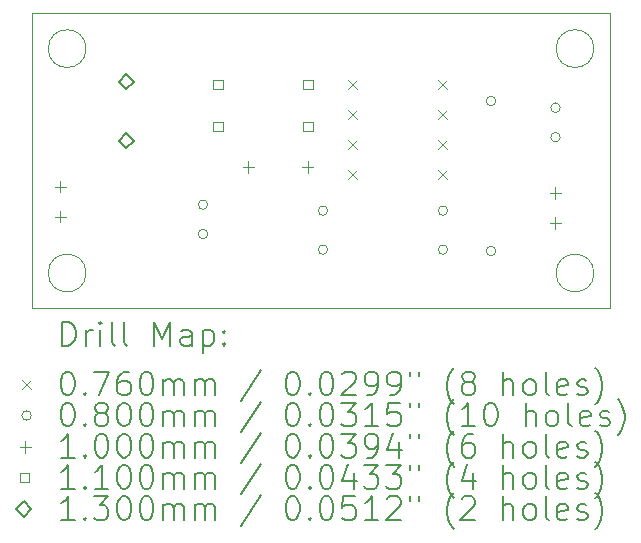
<source format=gbr>
%TF.GenerationSoftware,KiCad,Pcbnew,8.0.8*%
%TF.CreationDate,2025-06-29T12:49:39+09:00*%
%TF.ProjectId,NJM2374A_Invert,4e4a4d32-3337-4344-915f-496e76657274,rev?*%
%TF.SameCoordinates,Original*%
%TF.FileFunction,Drillmap*%
%TF.FilePolarity,Positive*%
%FSLAX45Y45*%
G04 Gerber Fmt 4.5, Leading zero omitted, Abs format (unit mm)*
G04 Created by KiCad (PCBNEW 8.0.8) date 2025-06-29 12:49:39*
%MOMM*%
%LPD*%
G01*
G04 APERTURE LIST*
%ADD10C,0.050000*%
%ADD11C,0.200000*%
%ADD12C,0.100000*%
%ADD13C,0.110000*%
%ADD14C,0.130000*%
G04 APERTURE END LIST*
D10*
X8100000Y-7600000D02*
X12600000Y-7600000D01*
X13000000Y-10100000D02*
X8100000Y-10100000D01*
X12860000Y-7900000D02*
G75*
G02*
X12540000Y-7900000I-160000J0D01*
G01*
X12540000Y-7900000D02*
G75*
G02*
X12860000Y-7900000I160000J0D01*
G01*
X8560000Y-7900000D02*
G75*
G02*
X8240000Y-7900000I-160000J0D01*
G01*
X8240000Y-7900000D02*
G75*
G02*
X8560000Y-7900000I160000J0D01*
G01*
X12600000Y-7600000D02*
X13000000Y-7600000D01*
X12860000Y-9800000D02*
G75*
G02*
X12540000Y-9800000I-160000J0D01*
G01*
X12540000Y-9800000D02*
G75*
G02*
X12860000Y-9800000I160000J0D01*
G01*
X13000000Y-7600000D02*
X13000000Y-10100000D01*
X8560000Y-9800000D02*
G75*
G02*
X8240000Y-9800000I-160000J0D01*
G01*
X8240000Y-9800000D02*
G75*
G02*
X8560000Y-9800000I160000J0D01*
G01*
X8100000Y-10100000D02*
X8100000Y-7600000D01*
D11*
D12*
X10781000Y-8168300D02*
X10857000Y-8244300D01*
X10857000Y-8168300D02*
X10781000Y-8244300D01*
X10781000Y-8422300D02*
X10857000Y-8498300D01*
X10857000Y-8422300D02*
X10781000Y-8498300D01*
X10781000Y-8676300D02*
X10857000Y-8752300D01*
X10857000Y-8676300D02*
X10781000Y-8752300D01*
X10781000Y-8930300D02*
X10857000Y-9006300D01*
X10857000Y-8930300D02*
X10781000Y-9006300D01*
X11543000Y-8168300D02*
X11619000Y-8244300D01*
X11619000Y-8168300D02*
X11543000Y-8244300D01*
X11543000Y-8422300D02*
X11619000Y-8498300D01*
X11619000Y-8422300D02*
X11543000Y-8498300D01*
X11543000Y-8676300D02*
X11619000Y-8752300D01*
X11619000Y-8676300D02*
X11543000Y-8752300D01*
X11543000Y-8930300D02*
X11619000Y-9006300D01*
X11619000Y-8930300D02*
X11543000Y-9006300D01*
X9590400Y-9220200D02*
G75*
G02*
X9510400Y-9220200I-40000J0D01*
G01*
X9510400Y-9220200D02*
G75*
G02*
X9590400Y-9220200I40000J0D01*
G01*
X9590400Y-9470200D02*
G75*
G02*
X9510400Y-9470200I-40000J0D01*
G01*
X9510400Y-9470200D02*
G75*
G02*
X9590400Y-9470200I40000J0D01*
G01*
X10606400Y-9271000D02*
G75*
G02*
X10526400Y-9271000I-40000J0D01*
G01*
X10526400Y-9271000D02*
G75*
G02*
X10606400Y-9271000I40000J0D01*
G01*
X10606400Y-9601200D02*
G75*
G02*
X10526400Y-9601200I-40000J0D01*
G01*
X10526400Y-9601200D02*
G75*
G02*
X10606400Y-9601200I40000J0D01*
G01*
X11622400Y-9271000D02*
G75*
G02*
X11542400Y-9271000I-40000J0D01*
G01*
X11542400Y-9271000D02*
G75*
G02*
X11622400Y-9271000I40000J0D01*
G01*
X11622400Y-9601200D02*
G75*
G02*
X11542400Y-9601200I-40000J0D01*
G01*
X11542400Y-9601200D02*
G75*
G02*
X11622400Y-9601200I40000J0D01*
G01*
X12028800Y-8343900D02*
G75*
G02*
X11948800Y-8343900I-40000J0D01*
G01*
X11948800Y-8343900D02*
G75*
G02*
X12028800Y-8343900I40000J0D01*
G01*
X12028800Y-9613900D02*
G75*
G02*
X11948800Y-9613900I-40000J0D01*
G01*
X11948800Y-9613900D02*
G75*
G02*
X12028800Y-9613900I40000J0D01*
G01*
X12574900Y-8400000D02*
G75*
G02*
X12494900Y-8400000I-40000J0D01*
G01*
X12494900Y-8400000D02*
G75*
G02*
X12574900Y-8400000I40000J0D01*
G01*
X12574900Y-8650000D02*
G75*
G02*
X12494900Y-8650000I-40000J0D01*
G01*
X12494900Y-8650000D02*
G75*
G02*
X12574900Y-8650000I40000J0D01*
G01*
X8343900Y-9017800D02*
X8343900Y-9117800D01*
X8293900Y-9067800D02*
X8393900Y-9067800D01*
X8343900Y-9271800D02*
X8343900Y-9371800D01*
X8293900Y-9321800D02*
X8393900Y-9321800D01*
X9935400Y-8852700D02*
X9935400Y-8952700D01*
X9885400Y-8902700D02*
X9985400Y-8902700D01*
X10435400Y-8852700D02*
X10435400Y-8952700D01*
X10385400Y-8902700D02*
X10485400Y-8902700D01*
X12534900Y-9073900D02*
X12534900Y-9173900D01*
X12484900Y-9123900D02*
X12584900Y-9123900D01*
X12534900Y-9327900D02*
X12534900Y-9427900D01*
X12484900Y-9377900D02*
X12584900Y-9377900D01*
D13*
X9716291Y-8243091D02*
X9716291Y-8165309D01*
X9638509Y-8165309D01*
X9638509Y-8243091D01*
X9716291Y-8243091D01*
X9716291Y-8598691D02*
X9716291Y-8520909D01*
X9638509Y-8520909D01*
X9638509Y-8598691D01*
X9716291Y-8598691D01*
X10478291Y-8243091D02*
X10478291Y-8165309D01*
X10400509Y-8165309D01*
X10400509Y-8243091D01*
X10478291Y-8243091D01*
X10478291Y-8598691D02*
X10478291Y-8520909D01*
X10400509Y-8520909D01*
X10400509Y-8598691D01*
X10478291Y-8598691D01*
D14*
X8902700Y-8243800D02*
X8967700Y-8178800D01*
X8902700Y-8113800D01*
X8837700Y-8178800D01*
X8902700Y-8243800D01*
X8902700Y-8743800D02*
X8967700Y-8678800D01*
X8902700Y-8613800D01*
X8837700Y-8678800D01*
X8902700Y-8743800D01*
D11*
X8358277Y-10413984D02*
X8358277Y-10213984D01*
X8358277Y-10213984D02*
X8405896Y-10213984D01*
X8405896Y-10213984D02*
X8434467Y-10223508D01*
X8434467Y-10223508D02*
X8453515Y-10242555D01*
X8453515Y-10242555D02*
X8463039Y-10261603D01*
X8463039Y-10261603D02*
X8472563Y-10299698D01*
X8472563Y-10299698D02*
X8472563Y-10328270D01*
X8472563Y-10328270D02*
X8463039Y-10366365D01*
X8463039Y-10366365D02*
X8453515Y-10385412D01*
X8453515Y-10385412D02*
X8434467Y-10404460D01*
X8434467Y-10404460D02*
X8405896Y-10413984D01*
X8405896Y-10413984D02*
X8358277Y-10413984D01*
X8558277Y-10413984D02*
X8558277Y-10280650D01*
X8558277Y-10318746D02*
X8567801Y-10299698D01*
X8567801Y-10299698D02*
X8577324Y-10290174D01*
X8577324Y-10290174D02*
X8596372Y-10280650D01*
X8596372Y-10280650D02*
X8615420Y-10280650D01*
X8682086Y-10413984D02*
X8682086Y-10280650D01*
X8682086Y-10213984D02*
X8672563Y-10223508D01*
X8672563Y-10223508D02*
X8682086Y-10233031D01*
X8682086Y-10233031D02*
X8691610Y-10223508D01*
X8691610Y-10223508D02*
X8682086Y-10213984D01*
X8682086Y-10213984D02*
X8682086Y-10233031D01*
X8805896Y-10413984D02*
X8786848Y-10404460D01*
X8786848Y-10404460D02*
X8777324Y-10385412D01*
X8777324Y-10385412D02*
X8777324Y-10213984D01*
X8910658Y-10413984D02*
X8891610Y-10404460D01*
X8891610Y-10404460D02*
X8882086Y-10385412D01*
X8882086Y-10385412D02*
X8882086Y-10213984D01*
X9139229Y-10413984D02*
X9139229Y-10213984D01*
X9139229Y-10213984D02*
X9205896Y-10356841D01*
X9205896Y-10356841D02*
X9272563Y-10213984D01*
X9272563Y-10213984D02*
X9272563Y-10413984D01*
X9453515Y-10413984D02*
X9453515Y-10309222D01*
X9453515Y-10309222D02*
X9443991Y-10290174D01*
X9443991Y-10290174D02*
X9424944Y-10280650D01*
X9424944Y-10280650D02*
X9386848Y-10280650D01*
X9386848Y-10280650D02*
X9367801Y-10290174D01*
X9453515Y-10404460D02*
X9434467Y-10413984D01*
X9434467Y-10413984D02*
X9386848Y-10413984D01*
X9386848Y-10413984D02*
X9367801Y-10404460D01*
X9367801Y-10404460D02*
X9358277Y-10385412D01*
X9358277Y-10385412D02*
X9358277Y-10366365D01*
X9358277Y-10366365D02*
X9367801Y-10347317D01*
X9367801Y-10347317D02*
X9386848Y-10337793D01*
X9386848Y-10337793D02*
X9434467Y-10337793D01*
X9434467Y-10337793D02*
X9453515Y-10328270D01*
X9548753Y-10280650D02*
X9548753Y-10480650D01*
X9548753Y-10290174D02*
X9567801Y-10280650D01*
X9567801Y-10280650D02*
X9605896Y-10280650D01*
X9605896Y-10280650D02*
X9624944Y-10290174D01*
X9624944Y-10290174D02*
X9634467Y-10299698D01*
X9634467Y-10299698D02*
X9643991Y-10318746D01*
X9643991Y-10318746D02*
X9643991Y-10375889D01*
X9643991Y-10375889D02*
X9634467Y-10394936D01*
X9634467Y-10394936D02*
X9624944Y-10404460D01*
X9624944Y-10404460D02*
X9605896Y-10413984D01*
X9605896Y-10413984D02*
X9567801Y-10413984D01*
X9567801Y-10413984D02*
X9548753Y-10404460D01*
X9729705Y-10394936D02*
X9739229Y-10404460D01*
X9739229Y-10404460D02*
X9729705Y-10413984D01*
X9729705Y-10413984D02*
X9720182Y-10404460D01*
X9720182Y-10404460D02*
X9729705Y-10394936D01*
X9729705Y-10394936D02*
X9729705Y-10413984D01*
X9729705Y-10290174D02*
X9739229Y-10299698D01*
X9739229Y-10299698D02*
X9729705Y-10309222D01*
X9729705Y-10309222D02*
X9720182Y-10299698D01*
X9720182Y-10299698D02*
X9729705Y-10290174D01*
X9729705Y-10290174D02*
X9729705Y-10309222D01*
D12*
X8021500Y-10704500D02*
X8097500Y-10780500D01*
X8097500Y-10704500D02*
X8021500Y-10780500D01*
D11*
X8396372Y-10633984D02*
X8415420Y-10633984D01*
X8415420Y-10633984D02*
X8434467Y-10643508D01*
X8434467Y-10643508D02*
X8443991Y-10653031D01*
X8443991Y-10653031D02*
X8453515Y-10672079D01*
X8453515Y-10672079D02*
X8463039Y-10710174D01*
X8463039Y-10710174D02*
X8463039Y-10757793D01*
X8463039Y-10757793D02*
X8453515Y-10795889D01*
X8453515Y-10795889D02*
X8443991Y-10814936D01*
X8443991Y-10814936D02*
X8434467Y-10824460D01*
X8434467Y-10824460D02*
X8415420Y-10833984D01*
X8415420Y-10833984D02*
X8396372Y-10833984D01*
X8396372Y-10833984D02*
X8377324Y-10824460D01*
X8377324Y-10824460D02*
X8367801Y-10814936D01*
X8367801Y-10814936D02*
X8358277Y-10795889D01*
X8358277Y-10795889D02*
X8348753Y-10757793D01*
X8348753Y-10757793D02*
X8348753Y-10710174D01*
X8348753Y-10710174D02*
X8358277Y-10672079D01*
X8358277Y-10672079D02*
X8367801Y-10653031D01*
X8367801Y-10653031D02*
X8377324Y-10643508D01*
X8377324Y-10643508D02*
X8396372Y-10633984D01*
X8548753Y-10814936D02*
X8558277Y-10824460D01*
X8558277Y-10824460D02*
X8548753Y-10833984D01*
X8548753Y-10833984D02*
X8539229Y-10824460D01*
X8539229Y-10824460D02*
X8548753Y-10814936D01*
X8548753Y-10814936D02*
X8548753Y-10833984D01*
X8624944Y-10633984D02*
X8758277Y-10633984D01*
X8758277Y-10633984D02*
X8672563Y-10833984D01*
X8920182Y-10633984D02*
X8882086Y-10633984D01*
X8882086Y-10633984D02*
X8863039Y-10643508D01*
X8863039Y-10643508D02*
X8853515Y-10653031D01*
X8853515Y-10653031D02*
X8834467Y-10681603D01*
X8834467Y-10681603D02*
X8824944Y-10719698D01*
X8824944Y-10719698D02*
X8824944Y-10795889D01*
X8824944Y-10795889D02*
X8834467Y-10814936D01*
X8834467Y-10814936D02*
X8843991Y-10824460D01*
X8843991Y-10824460D02*
X8863039Y-10833984D01*
X8863039Y-10833984D02*
X8901134Y-10833984D01*
X8901134Y-10833984D02*
X8920182Y-10824460D01*
X8920182Y-10824460D02*
X8929705Y-10814936D01*
X8929705Y-10814936D02*
X8939229Y-10795889D01*
X8939229Y-10795889D02*
X8939229Y-10748270D01*
X8939229Y-10748270D02*
X8929705Y-10729222D01*
X8929705Y-10729222D02*
X8920182Y-10719698D01*
X8920182Y-10719698D02*
X8901134Y-10710174D01*
X8901134Y-10710174D02*
X8863039Y-10710174D01*
X8863039Y-10710174D02*
X8843991Y-10719698D01*
X8843991Y-10719698D02*
X8834467Y-10729222D01*
X8834467Y-10729222D02*
X8824944Y-10748270D01*
X9063039Y-10633984D02*
X9082086Y-10633984D01*
X9082086Y-10633984D02*
X9101134Y-10643508D01*
X9101134Y-10643508D02*
X9110658Y-10653031D01*
X9110658Y-10653031D02*
X9120182Y-10672079D01*
X9120182Y-10672079D02*
X9129705Y-10710174D01*
X9129705Y-10710174D02*
X9129705Y-10757793D01*
X9129705Y-10757793D02*
X9120182Y-10795889D01*
X9120182Y-10795889D02*
X9110658Y-10814936D01*
X9110658Y-10814936D02*
X9101134Y-10824460D01*
X9101134Y-10824460D02*
X9082086Y-10833984D01*
X9082086Y-10833984D02*
X9063039Y-10833984D01*
X9063039Y-10833984D02*
X9043991Y-10824460D01*
X9043991Y-10824460D02*
X9034467Y-10814936D01*
X9034467Y-10814936D02*
X9024944Y-10795889D01*
X9024944Y-10795889D02*
X9015420Y-10757793D01*
X9015420Y-10757793D02*
X9015420Y-10710174D01*
X9015420Y-10710174D02*
X9024944Y-10672079D01*
X9024944Y-10672079D02*
X9034467Y-10653031D01*
X9034467Y-10653031D02*
X9043991Y-10643508D01*
X9043991Y-10643508D02*
X9063039Y-10633984D01*
X9215420Y-10833984D02*
X9215420Y-10700650D01*
X9215420Y-10719698D02*
X9224944Y-10710174D01*
X9224944Y-10710174D02*
X9243991Y-10700650D01*
X9243991Y-10700650D02*
X9272563Y-10700650D01*
X9272563Y-10700650D02*
X9291610Y-10710174D01*
X9291610Y-10710174D02*
X9301134Y-10729222D01*
X9301134Y-10729222D02*
X9301134Y-10833984D01*
X9301134Y-10729222D02*
X9310658Y-10710174D01*
X9310658Y-10710174D02*
X9329705Y-10700650D01*
X9329705Y-10700650D02*
X9358277Y-10700650D01*
X9358277Y-10700650D02*
X9377325Y-10710174D01*
X9377325Y-10710174D02*
X9386848Y-10729222D01*
X9386848Y-10729222D02*
X9386848Y-10833984D01*
X9482086Y-10833984D02*
X9482086Y-10700650D01*
X9482086Y-10719698D02*
X9491610Y-10710174D01*
X9491610Y-10710174D02*
X9510658Y-10700650D01*
X9510658Y-10700650D02*
X9539229Y-10700650D01*
X9539229Y-10700650D02*
X9558277Y-10710174D01*
X9558277Y-10710174D02*
X9567801Y-10729222D01*
X9567801Y-10729222D02*
X9567801Y-10833984D01*
X9567801Y-10729222D02*
X9577325Y-10710174D01*
X9577325Y-10710174D02*
X9596372Y-10700650D01*
X9596372Y-10700650D02*
X9624944Y-10700650D01*
X9624944Y-10700650D02*
X9643991Y-10710174D01*
X9643991Y-10710174D02*
X9653515Y-10729222D01*
X9653515Y-10729222D02*
X9653515Y-10833984D01*
X10043991Y-10624460D02*
X9872563Y-10881603D01*
X10301134Y-10633984D02*
X10320182Y-10633984D01*
X10320182Y-10633984D02*
X10339229Y-10643508D01*
X10339229Y-10643508D02*
X10348753Y-10653031D01*
X10348753Y-10653031D02*
X10358277Y-10672079D01*
X10358277Y-10672079D02*
X10367801Y-10710174D01*
X10367801Y-10710174D02*
X10367801Y-10757793D01*
X10367801Y-10757793D02*
X10358277Y-10795889D01*
X10358277Y-10795889D02*
X10348753Y-10814936D01*
X10348753Y-10814936D02*
X10339229Y-10824460D01*
X10339229Y-10824460D02*
X10320182Y-10833984D01*
X10320182Y-10833984D02*
X10301134Y-10833984D01*
X10301134Y-10833984D02*
X10282087Y-10824460D01*
X10282087Y-10824460D02*
X10272563Y-10814936D01*
X10272563Y-10814936D02*
X10263039Y-10795889D01*
X10263039Y-10795889D02*
X10253515Y-10757793D01*
X10253515Y-10757793D02*
X10253515Y-10710174D01*
X10253515Y-10710174D02*
X10263039Y-10672079D01*
X10263039Y-10672079D02*
X10272563Y-10653031D01*
X10272563Y-10653031D02*
X10282087Y-10643508D01*
X10282087Y-10643508D02*
X10301134Y-10633984D01*
X10453515Y-10814936D02*
X10463039Y-10824460D01*
X10463039Y-10824460D02*
X10453515Y-10833984D01*
X10453515Y-10833984D02*
X10443991Y-10824460D01*
X10443991Y-10824460D02*
X10453515Y-10814936D01*
X10453515Y-10814936D02*
X10453515Y-10833984D01*
X10586848Y-10633984D02*
X10605896Y-10633984D01*
X10605896Y-10633984D02*
X10624944Y-10643508D01*
X10624944Y-10643508D02*
X10634468Y-10653031D01*
X10634468Y-10653031D02*
X10643991Y-10672079D01*
X10643991Y-10672079D02*
X10653515Y-10710174D01*
X10653515Y-10710174D02*
X10653515Y-10757793D01*
X10653515Y-10757793D02*
X10643991Y-10795889D01*
X10643991Y-10795889D02*
X10634468Y-10814936D01*
X10634468Y-10814936D02*
X10624944Y-10824460D01*
X10624944Y-10824460D02*
X10605896Y-10833984D01*
X10605896Y-10833984D02*
X10586848Y-10833984D01*
X10586848Y-10833984D02*
X10567801Y-10824460D01*
X10567801Y-10824460D02*
X10558277Y-10814936D01*
X10558277Y-10814936D02*
X10548753Y-10795889D01*
X10548753Y-10795889D02*
X10539229Y-10757793D01*
X10539229Y-10757793D02*
X10539229Y-10710174D01*
X10539229Y-10710174D02*
X10548753Y-10672079D01*
X10548753Y-10672079D02*
X10558277Y-10653031D01*
X10558277Y-10653031D02*
X10567801Y-10643508D01*
X10567801Y-10643508D02*
X10586848Y-10633984D01*
X10729706Y-10653031D02*
X10739229Y-10643508D01*
X10739229Y-10643508D02*
X10758277Y-10633984D01*
X10758277Y-10633984D02*
X10805896Y-10633984D01*
X10805896Y-10633984D02*
X10824944Y-10643508D01*
X10824944Y-10643508D02*
X10834468Y-10653031D01*
X10834468Y-10653031D02*
X10843991Y-10672079D01*
X10843991Y-10672079D02*
X10843991Y-10691127D01*
X10843991Y-10691127D02*
X10834468Y-10719698D01*
X10834468Y-10719698D02*
X10720182Y-10833984D01*
X10720182Y-10833984D02*
X10843991Y-10833984D01*
X10939229Y-10833984D02*
X10977325Y-10833984D01*
X10977325Y-10833984D02*
X10996372Y-10824460D01*
X10996372Y-10824460D02*
X11005896Y-10814936D01*
X11005896Y-10814936D02*
X11024944Y-10786365D01*
X11024944Y-10786365D02*
X11034468Y-10748270D01*
X11034468Y-10748270D02*
X11034468Y-10672079D01*
X11034468Y-10672079D02*
X11024944Y-10653031D01*
X11024944Y-10653031D02*
X11015420Y-10643508D01*
X11015420Y-10643508D02*
X10996372Y-10633984D01*
X10996372Y-10633984D02*
X10958277Y-10633984D01*
X10958277Y-10633984D02*
X10939229Y-10643508D01*
X10939229Y-10643508D02*
X10929706Y-10653031D01*
X10929706Y-10653031D02*
X10920182Y-10672079D01*
X10920182Y-10672079D02*
X10920182Y-10719698D01*
X10920182Y-10719698D02*
X10929706Y-10738746D01*
X10929706Y-10738746D02*
X10939229Y-10748270D01*
X10939229Y-10748270D02*
X10958277Y-10757793D01*
X10958277Y-10757793D02*
X10996372Y-10757793D01*
X10996372Y-10757793D02*
X11015420Y-10748270D01*
X11015420Y-10748270D02*
X11024944Y-10738746D01*
X11024944Y-10738746D02*
X11034468Y-10719698D01*
X11129706Y-10833984D02*
X11167801Y-10833984D01*
X11167801Y-10833984D02*
X11186848Y-10824460D01*
X11186848Y-10824460D02*
X11196372Y-10814936D01*
X11196372Y-10814936D02*
X11215420Y-10786365D01*
X11215420Y-10786365D02*
X11224944Y-10748270D01*
X11224944Y-10748270D02*
X11224944Y-10672079D01*
X11224944Y-10672079D02*
X11215420Y-10653031D01*
X11215420Y-10653031D02*
X11205896Y-10643508D01*
X11205896Y-10643508D02*
X11186848Y-10633984D01*
X11186848Y-10633984D02*
X11148753Y-10633984D01*
X11148753Y-10633984D02*
X11129706Y-10643508D01*
X11129706Y-10643508D02*
X11120182Y-10653031D01*
X11120182Y-10653031D02*
X11110658Y-10672079D01*
X11110658Y-10672079D02*
X11110658Y-10719698D01*
X11110658Y-10719698D02*
X11120182Y-10738746D01*
X11120182Y-10738746D02*
X11129706Y-10748270D01*
X11129706Y-10748270D02*
X11148753Y-10757793D01*
X11148753Y-10757793D02*
X11186848Y-10757793D01*
X11186848Y-10757793D02*
X11205896Y-10748270D01*
X11205896Y-10748270D02*
X11215420Y-10738746D01*
X11215420Y-10738746D02*
X11224944Y-10719698D01*
X11301134Y-10633984D02*
X11301134Y-10672079D01*
X11377325Y-10633984D02*
X11377325Y-10672079D01*
X11672563Y-10910174D02*
X11663039Y-10900650D01*
X11663039Y-10900650D02*
X11643991Y-10872079D01*
X11643991Y-10872079D02*
X11634468Y-10853031D01*
X11634468Y-10853031D02*
X11624944Y-10824460D01*
X11624944Y-10824460D02*
X11615420Y-10776841D01*
X11615420Y-10776841D02*
X11615420Y-10738746D01*
X11615420Y-10738746D02*
X11624944Y-10691127D01*
X11624944Y-10691127D02*
X11634468Y-10662555D01*
X11634468Y-10662555D02*
X11643991Y-10643508D01*
X11643991Y-10643508D02*
X11663039Y-10614936D01*
X11663039Y-10614936D02*
X11672563Y-10605412D01*
X11777325Y-10719698D02*
X11758277Y-10710174D01*
X11758277Y-10710174D02*
X11748753Y-10700650D01*
X11748753Y-10700650D02*
X11739229Y-10681603D01*
X11739229Y-10681603D02*
X11739229Y-10672079D01*
X11739229Y-10672079D02*
X11748753Y-10653031D01*
X11748753Y-10653031D02*
X11758277Y-10643508D01*
X11758277Y-10643508D02*
X11777325Y-10633984D01*
X11777325Y-10633984D02*
X11815420Y-10633984D01*
X11815420Y-10633984D02*
X11834468Y-10643508D01*
X11834468Y-10643508D02*
X11843991Y-10653031D01*
X11843991Y-10653031D02*
X11853515Y-10672079D01*
X11853515Y-10672079D02*
X11853515Y-10681603D01*
X11853515Y-10681603D02*
X11843991Y-10700650D01*
X11843991Y-10700650D02*
X11834468Y-10710174D01*
X11834468Y-10710174D02*
X11815420Y-10719698D01*
X11815420Y-10719698D02*
X11777325Y-10719698D01*
X11777325Y-10719698D02*
X11758277Y-10729222D01*
X11758277Y-10729222D02*
X11748753Y-10738746D01*
X11748753Y-10738746D02*
X11739229Y-10757793D01*
X11739229Y-10757793D02*
X11739229Y-10795889D01*
X11739229Y-10795889D02*
X11748753Y-10814936D01*
X11748753Y-10814936D02*
X11758277Y-10824460D01*
X11758277Y-10824460D02*
X11777325Y-10833984D01*
X11777325Y-10833984D02*
X11815420Y-10833984D01*
X11815420Y-10833984D02*
X11834468Y-10824460D01*
X11834468Y-10824460D02*
X11843991Y-10814936D01*
X11843991Y-10814936D02*
X11853515Y-10795889D01*
X11853515Y-10795889D02*
X11853515Y-10757793D01*
X11853515Y-10757793D02*
X11843991Y-10738746D01*
X11843991Y-10738746D02*
X11834468Y-10729222D01*
X11834468Y-10729222D02*
X11815420Y-10719698D01*
X12091610Y-10833984D02*
X12091610Y-10633984D01*
X12177325Y-10833984D02*
X12177325Y-10729222D01*
X12177325Y-10729222D02*
X12167801Y-10710174D01*
X12167801Y-10710174D02*
X12148753Y-10700650D01*
X12148753Y-10700650D02*
X12120182Y-10700650D01*
X12120182Y-10700650D02*
X12101134Y-10710174D01*
X12101134Y-10710174D02*
X12091610Y-10719698D01*
X12301134Y-10833984D02*
X12282087Y-10824460D01*
X12282087Y-10824460D02*
X12272563Y-10814936D01*
X12272563Y-10814936D02*
X12263039Y-10795889D01*
X12263039Y-10795889D02*
X12263039Y-10738746D01*
X12263039Y-10738746D02*
X12272563Y-10719698D01*
X12272563Y-10719698D02*
X12282087Y-10710174D01*
X12282087Y-10710174D02*
X12301134Y-10700650D01*
X12301134Y-10700650D02*
X12329706Y-10700650D01*
X12329706Y-10700650D02*
X12348753Y-10710174D01*
X12348753Y-10710174D02*
X12358277Y-10719698D01*
X12358277Y-10719698D02*
X12367801Y-10738746D01*
X12367801Y-10738746D02*
X12367801Y-10795889D01*
X12367801Y-10795889D02*
X12358277Y-10814936D01*
X12358277Y-10814936D02*
X12348753Y-10824460D01*
X12348753Y-10824460D02*
X12329706Y-10833984D01*
X12329706Y-10833984D02*
X12301134Y-10833984D01*
X12482087Y-10833984D02*
X12463039Y-10824460D01*
X12463039Y-10824460D02*
X12453515Y-10805412D01*
X12453515Y-10805412D02*
X12453515Y-10633984D01*
X12634468Y-10824460D02*
X12615420Y-10833984D01*
X12615420Y-10833984D02*
X12577325Y-10833984D01*
X12577325Y-10833984D02*
X12558277Y-10824460D01*
X12558277Y-10824460D02*
X12548753Y-10805412D01*
X12548753Y-10805412D02*
X12548753Y-10729222D01*
X12548753Y-10729222D02*
X12558277Y-10710174D01*
X12558277Y-10710174D02*
X12577325Y-10700650D01*
X12577325Y-10700650D02*
X12615420Y-10700650D01*
X12615420Y-10700650D02*
X12634468Y-10710174D01*
X12634468Y-10710174D02*
X12643991Y-10729222D01*
X12643991Y-10729222D02*
X12643991Y-10748270D01*
X12643991Y-10748270D02*
X12548753Y-10767317D01*
X12720182Y-10824460D02*
X12739230Y-10833984D01*
X12739230Y-10833984D02*
X12777325Y-10833984D01*
X12777325Y-10833984D02*
X12796372Y-10824460D01*
X12796372Y-10824460D02*
X12805896Y-10805412D01*
X12805896Y-10805412D02*
X12805896Y-10795889D01*
X12805896Y-10795889D02*
X12796372Y-10776841D01*
X12796372Y-10776841D02*
X12777325Y-10767317D01*
X12777325Y-10767317D02*
X12748753Y-10767317D01*
X12748753Y-10767317D02*
X12729706Y-10757793D01*
X12729706Y-10757793D02*
X12720182Y-10738746D01*
X12720182Y-10738746D02*
X12720182Y-10729222D01*
X12720182Y-10729222D02*
X12729706Y-10710174D01*
X12729706Y-10710174D02*
X12748753Y-10700650D01*
X12748753Y-10700650D02*
X12777325Y-10700650D01*
X12777325Y-10700650D02*
X12796372Y-10710174D01*
X12872563Y-10910174D02*
X12882087Y-10900650D01*
X12882087Y-10900650D02*
X12901134Y-10872079D01*
X12901134Y-10872079D02*
X12910658Y-10853031D01*
X12910658Y-10853031D02*
X12920182Y-10824460D01*
X12920182Y-10824460D02*
X12929706Y-10776841D01*
X12929706Y-10776841D02*
X12929706Y-10738746D01*
X12929706Y-10738746D02*
X12920182Y-10691127D01*
X12920182Y-10691127D02*
X12910658Y-10662555D01*
X12910658Y-10662555D02*
X12901134Y-10643508D01*
X12901134Y-10643508D02*
X12882087Y-10614936D01*
X12882087Y-10614936D02*
X12872563Y-10605412D01*
D12*
X8097500Y-11006500D02*
G75*
G02*
X8017500Y-11006500I-40000J0D01*
G01*
X8017500Y-11006500D02*
G75*
G02*
X8097500Y-11006500I40000J0D01*
G01*
D11*
X8396372Y-10897984D02*
X8415420Y-10897984D01*
X8415420Y-10897984D02*
X8434467Y-10907508D01*
X8434467Y-10907508D02*
X8443991Y-10917031D01*
X8443991Y-10917031D02*
X8453515Y-10936079D01*
X8453515Y-10936079D02*
X8463039Y-10974174D01*
X8463039Y-10974174D02*
X8463039Y-11021793D01*
X8463039Y-11021793D02*
X8453515Y-11059889D01*
X8453515Y-11059889D02*
X8443991Y-11078936D01*
X8443991Y-11078936D02*
X8434467Y-11088460D01*
X8434467Y-11088460D02*
X8415420Y-11097984D01*
X8415420Y-11097984D02*
X8396372Y-11097984D01*
X8396372Y-11097984D02*
X8377324Y-11088460D01*
X8377324Y-11088460D02*
X8367801Y-11078936D01*
X8367801Y-11078936D02*
X8358277Y-11059889D01*
X8358277Y-11059889D02*
X8348753Y-11021793D01*
X8348753Y-11021793D02*
X8348753Y-10974174D01*
X8348753Y-10974174D02*
X8358277Y-10936079D01*
X8358277Y-10936079D02*
X8367801Y-10917031D01*
X8367801Y-10917031D02*
X8377324Y-10907508D01*
X8377324Y-10907508D02*
X8396372Y-10897984D01*
X8548753Y-11078936D02*
X8558277Y-11088460D01*
X8558277Y-11088460D02*
X8548753Y-11097984D01*
X8548753Y-11097984D02*
X8539229Y-11088460D01*
X8539229Y-11088460D02*
X8548753Y-11078936D01*
X8548753Y-11078936D02*
X8548753Y-11097984D01*
X8672563Y-10983698D02*
X8653515Y-10974174D01*
X8653515Y-10974174D02*
X8643991Y-10964650D01*
X8643991Y-10964650D02*
X8634467Y-10945603D01*
X8634467Y-10945603D02*
X8634467Y-10936079D01*
X8634467Y-10936079D02*
X8643991Y-10917031D01*
X8643991Y-10917031D02*
X8653515Y-10907508D01*
X8653515Y-10907508D02*
X8672563Y-10897984D01*
X8672563Y-10897984D02*
X8710658Y-10897984D01*
X8710658Y-10897984D02*
X8729705Y-10907508D01*
X8729705Y-10907508D02*
X8739229Y-10917031D01*
X8739229Y-10917031D02*
X8748753Y-10936079D01*
X8748753Y-10936079D02*
X8748753Y-10945603D01*
X8748753Y-10945603D02*
X8739229Y-10964650D01*
X8739229Y-10964650D02*
X8729705Y-10974174D01*
X8729705Y-10974174D02*
X8710658Y-10983698D01*
X8710658Y-10983698D02*
X8672563Y-10983698D01*
X8672563Y-10983698D02*
X8653515Y-10993222D01*
X8653515Y-10993222D02*
X8643991Y-11002746D01*
X8643991Y-11002746D02*
X8634467Y-11021793D01*
X8634467Y-11021793D02*
X8634467Y-11059889D01*
X8634467Y-11059889D02*
X8643991Y-11078936D01*
X8643991Y-11078936D02*
X8653515Y-11088460D01*
X8653515Y-11088460D02*
X8672563Y-11097984D01*
X8672563Y-11097984D02*
X8710658Y-11097984D01*
X8710658Y-11097984D02*
X8729705Y-11088460D01*
X8729705Y-11088460D02*
X8739229Y-11078936D01*
X8739229Y-11078936D02*
X8748753Y-11059889D01*
X8748753Y-11059889D02*
X8748753Y-11021793D01*
X8748753Y-11021793D02*
X8739229Y-11002746D01*
X8739229Y-11002746D02*
X8729705Y-10993222D01*
X8729705Y-10993222D02*
X8710658Y-10983698D01*
X8872563Y-10897984D02*
X8891610Y-10897984D01*
X8891610Y-10897984D02*
X8910658Y-10907508D01*
X8910658Y-10907508D02*
X8920182Y-10917031D01*
X8920182Y-10917031D02*
X8929705Y-10936079D01*
X8929705Y-10936079D02*
X8939229Y-10974174D01*
X8939229Y-10974174D02*
X8939229Y-11021793D01*
X8939229Y-11021793D02*
X8929705Y-11059889D01*
X8929705Y-11059889D02*
X8920182Y-11078936D01*
X8920182Y-11078936D02*
X8910658Y-11088460D01*
X8910658Y-11088460D02*
X8891610Y-11097984D01*
X8891610Y-11097984D02*
X8872563Y-11097984D01*
X8872563Y-11097984D02*
X8853515Y-11088460D01*
X8853515Y-11088460D02*
X8843991Y-11078936D01*
X8843991Y-11078936D02*
X8834467Y-11059889D01*
X8834467Y-11059889D02*
X8824944Y-11021793D01*
X8824944Y-11021793D02*
X8824944Y-10974174D01*
X8824944Y-10974174D02*
X8834467Y-10936079D01*
X8834467Y-10936079D02*
X8843991Y-10917031D01*
X8843991Y-10917031D02*
X8853515Y-10907508D01*
X8853515Y-10907508D02*
X8872563Y-10897984D01*
X9063039Y-10897984D02*
X9082086Y-10897984D01*
X9082086Y-10897984D02*
X9101134Y-10907508D01*
X9101134Y-10907508D02*
X9110658Y-10917031D01*
X9110658Y-10917031D02*
X9120182Y-10936079D01*
X9120182Y-10936079D02*
X9129705Y-10974174D01*
X9129705Y-10974174D02*
X9129705Y-11021793D01*
X9129705Y-11021793D02*
X9120182Y-11059889D01*
X9120182Y-11059889D02*
X9110658Y-11078936D01*
X9110658Y-11078936D02*
X9101134Y-11088460D01*
X9101134Y-11088460D02*
X9082086Y-11097984D01*
X9082086Y-11097984D02*
X9063039Y-11097984D01*
X9063039Y-11097984D02*
X9043991Y-11088460D01*
X9043991Y-11088460D02*
X9034467Y-11078936D01*
X9034467Y-11078936D02*
X9024944Y-11059889D01*
X9024944Y-11059889D02*
X9015420Y-11021793D01*
X9015420Y-11021793D02*
X9015420Y-10974174D01*
X9015420Y-10974174D02*
X9024944Y-10936079D01*
X9024944Y-10936079D02*
X9034467Y-10917031D01*
X9034467Y-10917031D02*
X9043991Y-10907508D01*
X9043991Y-10907508D02*
X9063039Y-10897984D01*
X9215420Y-11097984D02*
X9215420Y-10964650D01*
X9215420Y-10983698D02*
X9224944Y-10974174D01*
X9224944Y-10974174D02*
X9243991Y-10964650D01*
X9243991Y-10964650D02*
X9272563Y-10964650D01*
X9272563Y-10964650D02*
X9291610Y-10974174D01*
X9291610Y-10974174D02*
X9301134Y-10993222D01*
X9301134Y-10993222D02*
X9301134Y-11097984D01*
X9301134Y-10993222D02*
X9310658Y-10974174D01*
X9310658Y-10974174D02*
X9329705Y-10964650D01*
X9329705Y-10964650D02*
X9358277Y-10964650D01*
X9358277Y-10964650D02*
X9377325Y-10974174D01*
X9377325Y-10974174D02*
X9386848Y-10993222D01*
X9386848Y-10993222D02*
X9386848Y-11097984D01*
X9482086Y-11097984D02*
X9482086Y-10964650D01*
X9482086Y-10983698D02*
X9491610Y-10974174D01*
X9491610Y-10974174D02*
X9510658Y-10964650D01*
X9510658Y-10964650D02*
X9539229Y-10964650D01*
X9539229Y-10964650D02*
X9558277Y-10974174D01*
X9558277Y-10974174D02*
X9567801Y-10993222D01*
X9567801Y-10993222D02*
X9567801Y-11097984D01*
X9567801Y-10993222D02*
X9577325Y-10974174D01*
X9577325Y-10974174D02*
X9596372Y-10964650D01*
X9596372Y-10964650D02*
X9624944Y-10964650D01*
X9624944Y-10964650D02*
X9643991Y-10974174D01*
X9643991Y-10974174D02*
X9653515Y-10993222D01*
X9653515Y-10993222D02*
X9653515Y-11097984D01*
X10043991Y-10888460D02*
X9872563Y-11145603D01*
X10301134Y-10897984D02*
X10320182Y-10897984D01*
X10320182Y-10897984D02*
X10339229Y-10907508D01*
X10339229Y-10907508D02*
X10348753Y-10917031D01*
X10348753Y-10917031D02*
X10358277Y-10936079D01*
X10358277Y-10936079D02*
X10367801Y-10974174D01*
X10367801Y-10974174D02*
X10367801Y-11021793D01*
X10367801Y-11021793D02*
X10358277Y-11059889D01*
X10358277Y-11059889D02*
X10348753Y-11078936D01*
X10348753Y-11078936D02*
X10339229Y-11088460D01*
X10339229Y-11088460D02*
X10320182Y-11097984D01*
X10320182Y-11097984D02*
X10301134Y-11097984D01*
X10301134Y-11097984D02*
X10282087Y-11088460D01*
X10282087Y-11088460D02*
X10272563Y-11078936D01*
X10272563Y-11078936D02*
X10263039Y-11059889D01*
X10263039Y-11059889D02*
X10253515Y-11021793D01*
X10253515Y-11021793D02*
X10253515Y-10974174D01*
X10253515Y-10974174D02*
X10263039Y-10936079D01*
X10263039Y-10936079D02*
X10272563Y-10917031D01*
X10272563Y-10917031D02*
X10282087Y-10907508D01*
X10282087Y-10907508D02*
X10301134Y-10897984D01*
X10453515Y-11078936D02*
X10463039Y-11088460D01*
X10463039Y-11088460D02*
X10453515Y-11097984D01*
X10453515Y-11097984D02*
X10443991Y-11088460D01*
X10443991Y-11088460D02*
X10453515Y-11078936D01*
X10453515Y-11078936D02*
X10453515Y-11097984D01*
X10586848Y-10897984D02*
X10605896Y-10897984D01*
X10605896Y-10897984D02*
X10624944Y-10907508D01*
X10624944Y-10907508D02*
X10634468Y-10917031D01*
X10634468Y-10917031D02*
X10643991Y-10936079D01*
X10643991Y-10936079D02*
X10653515Y-10974174D01*
X10653515Y-10974174D02*
X10653515Y-11021793D01*
X10653515Y-11021793D02*
X10643991Y-11059889D01*
X10643991Y-11059889D02*
X10634468Y-11078936D01*
X10634468Y-11078936D02*
X10624944Y-11088460D01*
X10624944Y-11088460D02*
X10605896Y-11097984D01*
X10605896Y-11097984D02*
X10586848Y-11097984D01*
X10586848Y-11097984D02*
X10567801Y-11088460D01*
X10567801Y-11088460D02*
X10558277Y-11078936D01*
X10558277Y-11078936D02*
X10548753Y-11059889D01*
X10548753Y-11059889D02*
X10539229Y-11021793D01*
X10539229Y-11021793D02*
X10539229Y-10974174D01*
X10539229Y-10974174D02*
X10548753Y-10936079D01*
X10548753Y-10936079D02*
X10558277Y-10917031D01*
X10558277Y-10917031D02*
X10567801Y-10907508D01*
X10567801Y-10907508D02*
X10586848Y-10897984D01*
X10720182Y-10897984D02*
X10843991Y-10897984D01*
X10843991Y-10897984D02*
X10777325Y-10974174D01*
X10777325Y-10974174D02*
X10805896Y-10974174D01*
X10805896Y-10974174D02*
X10824944Y-10983698D01*
X10824944Y-10983698D02*
X10834468Y-10993222D01*
X10834468Y-10993222D02*
X10843991Y-11012270D01*
X10843991Y-11012270D02*
X10843991Y-11059889D01*
X10843991Y-11059889D02*
X10834468Y-11078936D01*
X10834468Y-11078936D02*
X10824944Y-11088460D01*
X10824944Y-11088460D02*
X10805896Y-11097984D01*
X10805896Y-11097984D02*
X10748753Y-11097984D01*
X10748753Y-11097984D02*
X10729706Y-11088460D01*
X10729706Y-11088460D02*
X10720182Y-11078936D01*
X11034468Y-11097984D02*
X10920182Y-11097984D01*
X10977325Y-11097984D02*
X10977325Y-10897984D01*
X10977325Y-10897984D02*
X10958277Y-10926555D01*
X10958277Y-10926555D02*
X10939229Y-10945603D01*
X10939229Y-10945603D02*
X10920182Y-10955127D01*
X11215420Y-10897984D02*
X11120182Y-10897984D01*
X11120182Y-10897984D02*
X11110658Y-10993222D01*
X11110658Y-10993222D02*
X11120182Y-10983698D01*
X11120182Y-10983698D02*
X11139229Y-10974174D01*
X11139229Y-10974174D02*
X11186848Y-10974174D01*
X11186848Y-10974174D02*
X11205896Y-10983698D01*
X11205896Y-10983698D02*
X11215420Y-10993222D01*
X11215420Y-10993222D02*
X11224944Y-11012270D01*
X11224944Y-11012270D02*
X11224944Y-11059889D01*
X11224944Y-11059889D02*
X11215420Y-11078936D01*
X11215420Y-11078936D02*
X11205896Y-11088460D01*
X11205896Y-11088460D02*
X11186848Y-11097984D01*
X11186848Y-11097984D02*
X11139229Y-11097984D01*
X11139229Y-11097984D02*
X11120182Y-11088460D01*
X11120182Y-11088460D02*
X11110658Y-11078936D01*
X11301134Y-10897984D02*
X11301134Y-10936079D01*
X11377325Y-10897984D02*
X11377325Y-10936079D01*
X11672563Y-11174174D02*
X11663039Y-11164650D01*
X11663039Y-11164650D02*
X11643991Y-11136079D01*
X11643991Y-11136079D02*
X11634468Y-11117031D01*
X11634468Y-11117031D02*
X11624944Y-11088460D01*
X11624944Y-11088460D02*
X11615420Y-11040841D01*
X11615420Y-11040841D02*
X11615420Y-11002746D01*
X11615420Y-11002746D02*
X11624944Y-10955127D01*
X11624944Y-10955127D02*
X11634468Y-10926555D01*
X11634468Y-10926555D02*
X11643991Y-10907508D01*
X11643991Y-10907508D02*
X11663039Y-10878936D01*
X11663039Y-10878936D02*
X11672563Y-10869412D01*
X11853515Y-11097984D02*
X11739229Y-11097984D01*
X11796372Y-11097984D02*
X11796372Y-10897984D01*
X11796372Y-10897984D02*
X11777325Y-10926555D01*
X11777325Y-10926555D02*
X11758277Y-10945603D01*
X11758277Y-10945603D02*
X11739229Y-10955127D01*
X11977325Y-10897984D02*
X11996372Y-10897984D01*
X11996372Y-10897984D02*
X12015420Y-10907508D01*
X12015420Y-10907508D02*
X12024944Y-10917031D01*
X12024944Y-10917031D02*
X12034468Y-10936079D01*
X12034468Y-10936079D02*
X12043991Y-10974174D01*
X12043991Y-10974174D02*
X12043991Y-11021793D01*
X12043991Y-11021793D02*
X12034468Y-11059889D01*
X12034468Y-11059889D02*
X12024944Y-11078936D01*
X12024944Y-11078936D02*
X12015420Y-11088460D01*
X12015420Y-11088460D02*
X11996372Y-11097984D01*
X11996372Y-11097984D02*
X11977325Y-11097984D01*
X11977325Y-11097984D02*
X11958277Y-11088460D01*
X11958277Y-11088460D02*
X11948753Y-11078936D01*
X11948753Y-11078936D02*
X11939229Y-11059889D01*
X11939229Y-11059889D02*
X11929706Y-11021793D01*
X11929706Y-11021793D02*
X11929706Y-10974174D01*
X11929706Y-10974174D02*
X11939229Y-10936079D01*
X11939229Y-10936079D02*
X11948753Y-10917031D01*
X11948753Y-10917031D02*
X11958277Y-10907508D01*
X11958277Y-10907508D02*
X11977325Y-10897984D01*
X12282087Y-11097984D02*
X12282087Y-10897984D01*
X12367801Y-11097984D02*
X12367801Y-10993222D01*
X12367801Y-10993222D02*
X12358277Y-10974174D01*
X12358277Y-10974174D02*
X12339230Y-10964650D01*
X12339230Y-10964650D02*
X12310658Y-10964650D01*
X12310658Y-10964650D02*
X12291610Y-10974174D01*
X12291610Y-10974174D02*
X12282087Y-10983698D01*
X12491610Y-11097984D02*
X12472563Y-11088460D01*
X12472563Y-11088460D02*
X12463039Y-11078936D01*
X12463039Y-11078936D02*
X12453515Y-11059889D01*
X12453515Y-11059889D02*
X12453515Y-11002746D01*
X12453515Y-11002746D02*
X12463039Y-10983698D01*
X12463039Y-10983698D02*
X12472563Y-10974174D01*
X12472563Y-10974174D02*
X12491610Y-10964650D01*
X12491610Y-10964650D02*
X12520182Y-10964650D01*
X12520182Y-10964650D02*
X12539230Y-10974174D01*
X12539230Y-10974174D02*
X12548753Y-10983698D01*
X12548753Y-10983698D02*
X12558277Y-11002746D01*
X12558277Y-11002746D02*
X12558277Y-11059889D01*
X12558277Y-11059889D02*
X12548753Y-11078936D01*
X12548753Y-11078936D02*
X12539230Y-11088460D01*
X12539230Y-11088460D02*
X12520182Y-11097984D01*
X12520182Y-11097984D02*
X12491610Y-11097984D01*
X12672563Y-11097984D02*
X12653515Y-11088460D01*
X12653515Y-11088460D02*
X12643991Y-11069412D01*
X12643991Y-11069412D02*
X12643991Y-10897984D01*
X12824944Y-11088460D02*
X12805896Y-11097984D01*
X12805896Y-11097984D02*
X12767801Y-11097984D01*
X12767801Y-11097984D02*
X12748753Y-11088460D01*
X12748753Y-11088460D02*
X12739230Y-11069412D01*
X12739230Y-11069412D02*
X12739230Y-10993222D01*
X12739230Y-10993222D02*
X12748753Y-10974174D01*
X12748753Y-10974174D02*
X12767801Y-10964650D01*
X12767801Y-10964650D02*
X12805896Y-10964650D01*
X12805896Y-10964650D02*
X12824944Y-10974174D01*
X12824944Y-10974174D02*
X12834468Y-10993222D01*
X12834468Y-10993222D02*
X12834468Y-11012270D01*
X12834468Y-11012270D02*
X12739230Y-11031317D01*
X12910658Y-11088460D02*
X12929706Y-11097984D01*
X12929706Y-11097984D02*
X12967801Y-11097984D01*
X12967801Y-11097984D02*
X12986849Y-11088460D01*
X12986849Y-11088460D02*
X12996372Y-11069412D01*
X12996372Y-11069412D02*
X12996372Y-11059889D01*
X12996372Y-11059889D02*
X12986849Y-11040841D01*
X12986849Y-11040841D02*
X12967801Y-11031317D01*
X12967801Y-11031317D02*
X12939230Y-11031317D01*
X12939230Y-11031317D02*
X12920182Y-11021793D01*
X12920182Y-11021793D02*
X12910658Y-11002746D01*
X12910658Y-11002746D02*
X12910658Y-10993222D01*
X12910658Y-10993222D02*
X12920182Y-10974174D01*
X12920182Y-10974174D02*
X12939230Y-10964650D01*
X12939230Y-10964650D02*
X12967801Y-10964650D01*
X12967801Y-10964650D02*
X12986849Y-10974174D01*
X13063039Y-11174174D02*
X13072563Y-11164650D01*
X13072563Y-11164650D02*
X13091611Y-11136079D01*
X13091611Y-11136079D02*
X13101134Y-11117031D01*
X13101134Y-11117031D02*
X13110658Y-11088460D01*
X13110658Y-11088460D02*
X13120182Y-11040841D01*
X13120182Y-11040841D02*
X13120182Y-11002746D01*
X13120182Y-11002746D02*
X13110658Y-10955127D01*
X13110658Y-10955127D02*
X13101134Y-10926555D01*
X13101134Y-10926555D02*
X13091611Y-10907508D01*
X13091611Y-10907508D02*
X13072563Y-10878936D01*
X13072563Y-10878936D02*
X13063039Y-10869412D01*
D12*
X8047500Y-11220500D02*
X8047500Y-11320500D01*
X7997500Y-11270500D02*
X8097500Y-11270500D01*
D11*
X8463039Y-11361984D02*
X8348753Y-11361984D01*
X8405896Y-11361984D02*
X8405896Y-11161984D01*
X8405896Y-11161984D02*
X8386848Y-11190555D01*
X8386848Y-11190555D02*
X8367801Y-11209603D01*
X8367801Y-11209603D02*
X8348753Y-11219127D01*
X8548753Y-11342936D02*
X8558277Y-11352460D01*
X8558277Y-11352460D02*
X8548753Y-11361984D01*
X8548753Y-11361984D02*
X8539229Y-11352460D01*
X8539229Y-11352460D02*
X8548753Y-11342936D01*
X8548753Y-11342936D02*
X8548753Y-11361984D01*
X8682086Y-11161984D02*
X8701134Y-11161984D01*
X8701134Y-11161984D02*
X8720182Y-11171508D01*
X8720182Y-11171508D02*
X8729705Y-11181031D01*
X8729705Y-11181031D02*
X8739229Y-11200079D01*
X8739229Y-11200079D02*
X8748753Y-11238174D01*
X8748753Y-11238174D02*
X8748753Y-11285793D01*
X8748753Y-11285793D02*
X8739229Y-11323888D01*
X8739229Y-11323888D02*
X8729705Y-11342936D01*
X8729705Y-11342936D02*
X8720182Y-11352460D01*
X8720182Y-11352460D02*
X8701134Y-11361984D01*
X8701134Y-11361984D02*
X8682086Y-11361984D01*
X8682086Y-11361984D02*
X8663039Y-11352460D01*
X8663039Y-11352460D02*
X8653515Y-11342936D01*
X8653515Y-11342936D02*
X8643991Y-11323888D01*
X8643991Y-11323888D02*
X8634467Y-11285793D01*
X8634467Y-11285793D02*
X8634467Y-11238174D01*
X8634467Y-11238174D02*
X8643991Y-11200079D01*
X8643991Y-11200079D02*
X8653515Y-11181031D01*
X8653515Y-11181031D02*
X8663039Y-11171508D01*
X8663039Y-11171508D02*
X8682086Y-11161984D01*
X8872563Y-11161984D02*
X8891610Y-11161984D01*
X8891610Y-11161984D02*
X8910658Y-11171508D01*
X8910658Y-11171508D02*
X8920182Y-11181031D01*
X8920182Y-11181031D02*
X8929705Y-11200079D01*
X8929705Y-11200079D02*
X8939229Y-11238174D01*
X8939229Y-11238174D02*
X8939229Y-11285793D01*
X8939229Y-11285793D02*
X8929705Y-11323888D01*
X8929705Y-11323888D02*
X8920182Y-11342936D01*
X8920182Y-11342936D02*
X8910658Y-11352460D01*
X8910658Y-11352460D02*
X8891610Y-11361984D01*
X8891610Y-11361984D02*
X8872563Y-11361984D01*
X8872563Y-11361984D02*
X8853515Y-11352460D01*
X8853515Y-11352460D02*
X8843991Y-11342936D01*
X8843991Y-11342936D02*
X8834467Y-11323888D01*
X8834467Y-11323888D02*
X8824944Y-11285793D01*
X8824944Y-11285793D02*
X8824944Y-11238174D01*
X8824944Y-11238174D02*
X8834467Y-11200079D01*
X8834467Y-11200079D02*
X8843991Y-11181031D01*
X8843991Y-11181031D02*
X8853515Y-11171508D01*
X8853515Y-11171508D02*
X8872563Y-11161984D01*
X9063039Y-11161984D02*
X9082086Y-11161984D01*
X9082086Y-11161984D02*
X9101134Y-11171508D01*
X9101134Y-11171508D02*
X9110658Y-11181031D01*
X9110658Y-11181031D02*
X9120182Y-11200079D01*
X9120182Y-11200079D02*
X9129705Y-11238174D01*
X9129705Y-11238174D02*
X9129705Y-11285793D01*
X9129705Y-11285793D02*
X9120182Y-11323888D01*
X9120182Y-11323888D02*
X9110658Y-11342936D01*
X9110658Y-11342936D02*
X9101134Y-11352460D01*
X9101134Y-11352460D02*
X9082086Y-11361984D01*
X9082086Y-11361984D02*
X9063039Y-11361984D01*
X9063039Y-11361984D02*
X9043991Y-11352460D01*
X9043991Y-11352460D02*
X9034467Y-11342936D01*
X9034467Y-11342936D02*
X9024944Y-11323888D01*
X9024944Y-11323888D02*
X9015420Y-11285793D01*
X9015420Y-11285793D02*
X9015420Y-11238174D01*
X9015420Y-11238174D02*
X9024944Y-11200079D01*
X9024944Y-11200079D02*
X9034467Y-11181031D01*
X9034467Y-11181031D02*
X9043991Y-11171508D01*
X9043991Y-11171508D02*
X9063039Y-11161984D01*
X9215420Y-11361984D02*
X9215420Y-11228650D01*
X9215420Y-11247698D02*
X9224944Y-11238174D01*
X9224944Y-11238174D02*
X9243991Y-11228650D01*
X9243991Y-11228650D02*
X9272563Y-11228650D01*
X9272563Y-11228650D02*
X9291610Y-11238174D01*
X9291610Y-11238174D02*
X9301134Y-11257222D01*
X9301134Y-11257222D02*
X9301134Y-11361984D01*
X9301134Y-11257222D02*
X9310658Y-11238174D01*
X9310658Y-11238174D02*
X9329705Y-11228650D01*
X9329705Y-11228650D02*
X9358277Y-11228650D01*
X9358277Y-11228650D02*
X9377325Y-11238174D01*
X9377325Y-11238174D02*
X9386848Y-11257222D01*
X9386848Y-11257222D02*
X9386848Y-11361984D01*
X9482086Y-11361984D02*
X9482086Y-11228650D01*
X9482086Y-11247698D02*
X9491610Y-11238174D01*
X9491610Y-11238174D02*
X9510658Y-11228650D01*
X9510658Y-11228650D02*
X9539229Y-11228650D01*
X9539229Y-11228650D02*
X9558277Y-11238174D01*
X9558277Y-11238174D02*
X9567801Y-11257222D01*
X9567801Y-11257222D02*
X9567801Y-11361984D01*
X9567801Y-11257222D02*
X9577325Y-11238174D01*
X9577325Y-11238174D02*
X9596372Y-11228650D01*
X9596372Y-11228650D02*
X9624944Y-11228650D01*
X9624944Y-11228650D02*
X9643991Y-11238174D01*
X9643991Y-11238174D02*
X9653515Y-11257222D01*
X9653515Y-11257222D02*
X9653515Y-11361984D01*
X10043991Y-11152460D02*
X9872563Y-11409603D01*
X10301134Y-11161984D02*
X10320182Y-11161984D01*
X10320182Y-11161984D02*
X10339229Y-11171508D01*
X10339229Y-11171508D02*
X10348753Y-11181031D01*
X10348753Y-11181031D02*
X10358277Y-11200079D01*
X10358277Y-11200079D02*
X10367801Y-11238174D01*
X10367801Y-11238174D02*
X10367801Y-11285793D01*
X10367801Y-11285793D02*
X10358277Y-11323888D01*
X10358277Y-11323888D02*
X10348753Y-11342936D01*
X10348753Y-11342936D02*
X10339229Y-11352460D01*
X10339229Y-11352460D02*
X10320182Y-11361984D01*
X10320182Y-11361984D02*
X10301134Y-11361984D01*
X10301134Y-11361984D02*
X10282087Y-11352460D01*
X10282087Y-11352460D02*
X10272563Y-11342936D01*
X10272563Y-11342936D02*
X10263039Y-11323888D01*
X10263039Y-11323888D02*
X10253515Y-11285793D01*
X10253515Y-11285793D02*
X10253515Y-11238174D01*
X10253515Y-11238174D02*
X10263039Y-11200079D01*
X10263039Y-11200079D02*
X10272563Y-11181031D01*
X10272563Y-11181031D02*
X10282087Y-11171508D01*
X10282087Y-11171508D02*
X10301134Y-11161984D01*
X10453515Y-11342936D02*
X10463039Y-11352460D01*
X10463039Y-11352460D02*
X10453515Y-11361984D01*
X10453515Y-11361984D02*
X10443991Y-11352460D01*
X10443991Y-11352460D02*
X10453515Y-11342936D01*
X10453515Y-11342936D02*
X10453515Y-11361984D01*
X10586848Y-11161984D02*
X10605896Y-11161984D01*
X10605896Y-11161984D02*
X10624944Y-11171508D01*
X10624944Y-11171508D02*
X10634468Y-11181031D01*
X10634468Y-11181031D02*
X10643991Y-11200079D01*
X10643991Y-11200079D02*
X10653515Y-11238174D01*
X10653515Y-11238174D02*
X10653515Y-11285793D01*
X10653515Y-11285793D02*
X10643991Y-11323888D01*
X10643991Y-11323888D02*
X10634468Y-11342936D01*
X10634468Y-11342936D02*
X10624944Y-11352460D01*
X10624944Y-11352460D02*
X10605896Y-11361984D01*
X10605896Y-11361984D02*
X10586848Y-11361984D01*
X10586848Y-11361984D02*
X10567801Y-11352460D01*
X10567801Y-11352460D02*
X10558277Y-11342936D01*
X10558277Y-11342936D02*
X10548753Y-11323888D01*
X10548753Y-11323888D02*
X10539229Y-11285793D01*
X10539229Y-11285793D02*
X10539229Y-11238174D01*
X10539229Y-11238174D02*
X10548753Y-11200079D01*
X10548753Y-11200079D02*
X10558277Y-11181031D01*
X10558277Y-11181031D02*
X10567801Y-11171508D01*
X10567801Y-11171508D02*
X10586848Y-11161984D01*
X10720182Y-11161984D02*
X10843991Y-11161984D01*
X10843991Y-11161984D02*
X10777325Y-11238174D01*
X10777325Y-11238174D02*
X10805896Y-11238174D01*
X10805896Y-11238174D02*
X10824944Y-11247698D01*
X10824944Y-11247698D02*
X10834468Y-11257222D01*
X10834468Y-11257222D02*
X10843991Y-11276269D01*
X10843991Y-11276269D02*
X10843991Y-11323888D01*
X10843991Y-11323888D02*
X10834468Y-11342936D01*
X10834468Y-11342936D02*
X10824944Y-11352460D01*
X10824944Y-11352460D02*
X10805896Y-11361984D01*
X10805896Y-11361984D02*
X10748753Y-11361984D01*
X10748753Y-11361984D02*
X10729706Y-11352460D01*
X10729706Y-11352460D02*
X10720182Y-11342936D01*
X10939229Y-11361984D02*
X10977325Y-11361984D01*
X10977325Y-11361984D02*
X10996372Y-11352460D01*
X10996372Y-11352460D02*
X11005896Y-11342936D01*
X11005896Y-11342936D02*
X11024944Y-11314365D01*
X11024944Y-11314365D02*
X11034468Y-11276269D01*
X11034468Y-11276269D02*
X11034468Y-11200079D01*
X11034468Y-11200079D02*
X11024944Y-11181031D01*
X11024944Y-11181031D02*
X11015420Y-11171508D01*
X11015420Y-11171508D02*
X10996372Y-11161984D01*
X10996372Y-11161984D02*
X10958277Y-11161984D01*
X10958277Y-11161984D02*
X10939229Y-11171508D01*
X10939229Y-11171508D02*
X10929706Y-11181031D01*
X10929706Y-11181031D02*
X10920182Y-11200079D01*
X10920182Y-11200079D02*
X10920182Y-11247698D01*
X10920182Y-11247698D02*
X10929706Y-11266746D01*
X10929706Y-11266746D02*
X10939229Y-11276269D01*
X10939229Y-11276269D02*
X10958277Y-11285793D01*
X10958277Y-11285793D02*
X10996372Y-11285793D01*
X10996372Y-11285793D02*
X11015420Y-11276269D01*
X11015420Y-11276269D02*
X11024944Y-11266746D01*
X11024944Y-11266746D02*
X11034468Y-11247698D01*
X11205896Y-11228650D02*
X11205896Y-11361984D01*
X11158277Y-11152460D02*
X11110658Y-11295317D01*
X11110658Y-11295317D02*
X11234467Y-11295317D01*
X11301134Y-11161984D02*
X11301134Y-11200079D01*
X11377325Y-11161984D02*
X11377325Y-11200079D01*
X11672563Y-11438174D02*
X11663039Y-11428650D01*
X11663039Y-11428650D02*
X11643991Y-11400079D01*
X11643991Y-11400079D02*
X11634468Y-11381031D01*
X11634468Y-11381031D02*
X11624944Y-11352460D01*
X11624944Y-11352460D02*
X11615420Y-11304841D01*
X11615420Y-11304841D02*
X11615420Y-11266746D01*
X11615420Y-11266746D02*
X11624944Y-11219127D01*
X11624944Y-11219127D02*
X11634468Y-11190555D01*
X11634468Y-11190555D02*
X11643991Y-11171508D01*
X11643991Y-11171508D02*
X11663039Y-11142936D01*
X11663039Y-11142936D02*
X11672563Y-11133412D01*
X11834468Y-11161984D02*
X11796372Y-11161984D01*
X11796372Y-11161984D02*
X11777325Y-11171508D01*
X11777325Y-11171508D02*
X11767801Y-11181031D01*
X11767801Y-11181031D02*
X11748753Y-11209603D01*
X11748753Y-11209603D02*
X11739229Y-11247698D01*
X11739229Y-11247698D02*
X11739229Y-11323888D01*
X11739229Y-11323888D02*
X11748753Y-11342936D01*
X11748753Y-11342936D02*
X11758277Y-11352460D01*
X11758277Y-11352460D02*
X11777325Y-11361984D01*
X11777325Y-11361984D02*
X11815420Y-11361984D01*
X11815420Y-11361984D02*
X11834468Y-11352460D01*
X11834468Y-11352460D02*
X11843991Y-11342936D01*
X11843991Y-11342936D02*
X11853515Y-11323888D01*
X11853515Y-11323888D02*
X11853515Y-11276269D01*
X11853515Y-11276269D02*
X11843991Y-11257222D01*
X11843991Y-11257222D02*
X11834468Y-11247698D01*
X11834468Y-11247698D02*
X11815420Y-11238174D01*
X11815420Y-11238174D02*
X11777325Y-11238174D01*
X11777325Y-11238174D02*
X11758277Y-11247698D01*
X11758277Y-11247698D02*
X11748753Y-11257222D01*
X11748753Y-11257222D02*
X11739229Y-11276269D01*
X12091610Y-11361984D02*
X12091610Y-11161984D01*
X12177325Y-11361984D02*
X12177325Y-11257222D01*
X12177325Y-11257222D02*
X12167801Y-11238174D01*
X12167801Y-11238174D02*
X12148753Y-11228650D01*
X12148753Y-11228650D02*
X12120182Y-11228650D01*
X12120182Y-11228650D02*
X12101134Y-11238174D01*
X12101134Y-11238174D02*
X12091610Y-11247698D01*
X12301134Y-11361984D02*
X12282087Y-11352460D01*
X12282087Y-11352460D02*
X12272563Y-11342936D01*
X12272563Y-11342936D02*
X12263039Y-11323888D01*
X12263039Y-11323888D02*
X12263039Y-11266746D01*
X12263039Y-11266746D02*
X12272563Y-11247698D01*
X12272563Y-11247698D02*
X12282087Y-11238174D01*
X12282087Y-11238174D02*
X12301134Y-11228650D01*
X12301134Y-11228650D02*
X12329706Y-11228650D01*
X12329706Y-11228650D02*
X12348753Y-11238174D01*
X12348753Y-11238174D02*
X12358277Y-11247698D01*
X12358277Y-11247698D02*
X12367801Y-11266746D01*
X12367801Y-11266746D02*
X12367801Y-11323888D01*
X12367801Y-11323888D02*
X12358277Y-11342936D01*
X12358277Y-11342936D02*
X12348753Y-11352460D01*
X12348753Y-11352460D02*
X12329706Y-11361984D01*
X12329706Y-11361984D02*
X12301134Y-11361984D01*
X12482087Y-11361984D02*
X12463039Y-11352460D01*
X12463039Y-11352460D02*
X12453515Y-11333412D01*
X12453515Y-11333412D02*
X12453515Y-11161984D01*
X12634468Y-11352460D02*
X12615420Y-11361984D01*
X12615420Y-11361984D02*
X12577325Y-11361984D01*
X12577325Y-11361984D02*
X12558277Y-11352460D01*
X12558277Y-11352460D02*
X12548753Y-11333412D01*
X12548753Y-11333412D02*
X12548753Y-11257222D01*
X12548753Y-11257222D02*
X12558277Y-11238174D01*
X12558277Y-11238174D02*
X12577325Y-11228650D01*
X12577325Y-11228650D02*
X12615420Y-11228650D01*
X12615420Y-11228650D02*
X12634468Y-11238174D01*
X12634468Y-11238174D02*
X12643991Y-11257222D01*
X12643991Y-11257222D02*
X12643991Y-11276269D01*
X12643991Y-11276269D02*
X12548753Y-11295317D01*
X12720182Y-11352460D02*
X12739230Y-11361984D01*
X12739230Y-11361984D02*
X12777325Y-11361984D01*
X12777325Y-11361984D02*
X12796372Y-11352460D01*
X12796372Y-11352460D02*
X12805896Y-11333412D01*
X12805896Y-11333412D02*
X12805896Y-11323888D01*
X12805896Y-11323888D02*
X12796372Y-11304841D01*
X12796372Y-11304841D02*
X12777325Y-11295317D01*
X12777325Y-11295317D02*
X12748753Y-11295317D01*
X12748753Y-11295317D02*
X12729706Y-11285793D01*
X12729706Y-11285793D02*
X12720182Y-11266746D01*
X12720182Y-11266746D02*
X12720182Y-11257222D01*
X12720182Y-11257222D02*
X12729706Y-11238174D01*
X12729706Y-11238174D02*
X12748753Y-11228650D01*
X12748753Y-11228650D02*
X12777325Y-11228650D01*
X12777325Y-11228650D02*
X12796372Y-11238174D01*
X12872563Y-11438174D02*
X12882087Y-11428650D01*
X12882087Y-11428650D02*
X12901134Y-11400079D01*
X12901134Y-11400079D02*
X12910658Y-11381031D01*
X12910658Y-11381031D02*
X12920182Y-11352460D01*
X12920182Y-11352460D02*
X12929706Y-11304841D01*
X12929706Y-11304841D02*
X12929706Y-11266746D01*
X12929706Y-11266746D02*
X12920182Y-11219127D01*
X12920182Y-11219127D02*
X12910658Y-11190555D01*
X12910658Y-11190555D02*
X12901134Y-11171508D01*
X12901134Y-11171508D02*
X12882087Y-11142936D01*
X12882087Y-11142936D02*
X12872563Y-11133412D01*
D13*
X8081391Y-11573391D02*
X8081391Y-11495609D01*
X8003609Y-11495609D01*
X8003609Y-11573391D01*
X8081391Y-11573391D01*
D11*
X8463039Y-11625984D02*
X8348753Y-11625984D01*
X8405896Y-11625984D02*
X8405896Y-11425984D01*
X8405896Y-11425984D02*
X8386848Y-11454555D01*
X8386848Y-11454555D02*
X8367801Y-11473603D01*
X8367801Y-11473603D02*
X8348753Y-11483127D01*
X8548753Y-11606936D02*
X8558277Y-11616460D01*
X8558277Y-11616460D02*
X8548753Y-11625984D01*
X8548753Y-11625984D02*
X8539229Y-11616460D01*
X8539229Y-11616460D02*
X8548753Y-11606936D01*
X8548753Y-11606936D02*
X8548753Y-11625984D01*
X8748753Y-11625984D02*
X8634467Y-11625984D01*
X8691610Y-11625984D02*
X8691610Y-11425984D01*
X8691610Y-11425984D02*
X8672563Y-11454555D01*
X8672563Y-11454555D02*
X8653515Y-11473603D01*
X8653515Y-11473603D02*
X8634467Y-11483127D01*
X8872563Y-11425984D02*
X8891610Y-11425984D01*
X8891610Y-11425984D02*
X8910658Y-11435508D01*
X8910658Y-11435508D02*
X8920182Y-11445031D01*
X8920182Y-11445031D02*
X8929705Y-11464079D01*
X8929705Y-11464079D02*
X8939229Y-11502174D01*
X8939229Y-11502174D02*
X8939229Y-11549793D01*
X8939229Y-11549793D02*
X8929705Y-11587888D01*
X8929705Y-11587888D02*
X8920182Y-11606936D01*
X8920182Y-11606936D02*
X8910658Y-11616460D01*
X8910658Y-11616460D02*
X8891610Y-11625984D01*
X8891610Y-11625984D02*
X8872563Y-11625984D01*
X8872563Y-11625984D02*
X8853515Y-11616460D01*
X8853515Y-11616460D02*
X8843991Y-11606936D01*
X8843991Y-11606936D02*
X8834467Y-11587888D01*
X8834467Y-11587888D02*
X8824944Y-11549793D01*
X8824944Y-11549793D02*
X8824944Y-11502174D01*
X8824944Y-11502174D02*
X8834467Y-11464079D01*
X8834467Y-11464079D02*
X8843991Y-11445031D01*
X8843991Y-11445031D02*
X8853515Y-11435508D01*
X8853515Y-11435508D02*
X8872563Y-11425984D01*
X9063039Y-11425984D02*
X9082086Y-11425984D01*
X9082086Y-11425984D02*
X9101134Y-11435508D01*
X9101134Y-11435508D02*
X9110658Y-11445031D01*
X9110658Y-11445031D02*
X9120182Y-11464079D01*
X9120182Y-11464079D02*
X9129705Y-11502174D01*
X9129705Y-11502174D02*
X9129705Y-11549793D01*
X9129705Y-11549793D02*
X9120182Y-11587888D01*
X9120182Y-11587888D02*
X9110658Y-11606936D01*
X9110658Y-11606936D02*
X9101134Y-11616460D01*
X9101134Y-11616460D02*
X9082086Y-11625984D01*
X9082086Y-11625984D02*
X9063039Y-11625984D01*
X9063039Y-11625984D02*
X9043991Y-11616460D01*
X9043991Y-11616460D02*
X9034467Y-11606936D01*
X9034467Y-11606936D02*
X9024944Y-11587888D01*
X9024944Y-11587888D02*
X9015420Y-11549793D01*
X9015420Y-11549793D02*
X9015420Y-11502174D01*
X9015420Y-11502174D02*
X9024944Y-11464079D01*
X9024944Y-11464079D02*
X9034467Y-11445031D01*
X9034467Y-11445031D02*
X9043991Y-11435508D01*
X9043991Y-11435508D02*
X9063039Y-11425984D01*
X9215420Y-11625984D02*
X9215420Y-11492650D01*
X9215420Y-11511698D02*
X9224944Y-11502174D01*
X9224944Y-11502174D02*
X9243991Y-11492650D01*
X9243991Y-11492650D02*
X9272563Y-11492650D01*
X9272563Y-11492650D02*
X9291610Y-11502174D01*
X9291610Y-11502174D02*
X9301134Y-11521222D01*
X9301134Y-11521222D02*
X9301134Y-11625984D01*
X9301134Y-11521222D02*
X9310658Y-11502174D01*
X9310658Y-11502174D02*
X9329705Y-11492650D01*
X9329705Y-11492650D02*
X9358277Y-11492650D01*
X9358277Y-11492650D02*
X9377325Y-11502174D01*
X9377325Y-11502174D02*
X9386848Y-11521222D01*
X9386848Y-11521222D02*
X9386848Y-11625984D01*
X9482086Y-11625984D02*
X9482086Y-11492650D01*
X9482086Y-11511698D02*
X9491610Y-11502174D01*
X9491610Y-11502174D02*
X9510658Y-11492650D01*
X9510658Y-11492650D02*
X9539229Y-11492650D01*
X9539229Y-11492650D02*
X9558277Y-11502174D01*
X9558277Y-11502174D02*
X9567801Y-11521222D01*
X9567801Y-11521222D02*
X9567801Y-11625984D01*
X9567801Y-11521222D02*
X9577325Y-11502174D01*
X9577325Y-11502174D02*
X9596372Y-11492650D01*
X9596372Y-11492650D02*
X9624944Y-11492650D01*
X9624944Y-11492650D02*
X9643991Y-11502174D01*
X9643991Y-11502174D02*
X9653515Y-11521222D01*
X9653515Y-11521222D02*
X9653515Y-11625984D01*
X10043991Y-11416460D02*
X9872563Y-11673603D01*
X10301134Y-11425984D02*
X10320182Y-11425984D01*
X10320182Y-11425984D02*
X10339229Y-11435508D01*
X10339229Y-11435508D02*
X10348753Y-11445031D01*
X10348753Y-11445031D02*
X10358277Y-11464079D01*
X10358277Y-11464079D02*
X10367801Y-11502174D01*
X10367801Y-11502174D02*
X10367801Y-11549793D01*
X10367801Y-11549793D02*
X10358277Y-11587888D01*
X10358277Y-11587888D02*
X10348753Y-11606936D01*
X10348753Y-11606936D02*
X10339229Y-11616460D01*
X10339229Y-11616460D02*
X10320182Y-11625984D01*
X10320182Y-11625984D02*
X10301134Y-11625984D01*
X10301134Y-11625984D02*
X10282087Y-11616460D01*
X10282087Y-11616460D02*
X10272563Y-11606936D01*
X10272563Y-11606936D02*
X10263039Y-11587888D01*
X10263039Y-11587888D02*
X10253515Y-11549793D01*
X10253515Y-11549793D02*
X10253515Y-11502174D01*
X10253515Y-11502174D02*
X10263039Y-11464079D01*
X10263039Y-11464079D02*
X10272563Y-11445031D01*
X10272563Y-11445031D02*
X10282087Y-11435508D01*
X10282087Y-11435508D02*
X10301134Y-11425984D01*
X10453515Y-11606936D02*
X10463039Y-11616460D01*
X10463039Y-11616460D02*
X10453515Y-11625984D01*
X10453515Y-11625984D02*
X10443991Y-11616460D01*
X10443991Y-11616460D02*
X10453515Y-11606936D01*
X10453515Y-11606936D02*
X10453515Y-11625984D01*
X10586848Y-11425984D02*
X10605896Y-11425984D01*
X10605896Y-11425984D02*
X10624944Y-11435508D01*
X10624944Y-11435508D02*
X10634468Y-11445031D01*
X10634468Y-11445031D02*
X10643991Y-11464079D01*
X10643991Y-11464079D02*
X10653515Y-11502174D01*
X10653515Y-11502174D02*
X10653515Y-11549793D01*
X10653515Y-11549793D02*
X10643991Y-11587888D01*
X10643991Y-11587888D02*
X10634468Y-11606936D01*
X10634468Y-11606936D02*
X10624944Y-11616460D01*
X10624944Y-11616460D02*
X10605896Y-11625984D01*
X10605896Y-11625984D02*
X10586848Y-11625984D01*
X10586848Y-11625984D02*
X10567801Y-11616460D01*
X10567801Y-11616460D02*
X10558277Y-11606936D01*
X10558277Y-11606936D02*
X10548753Y-11587888D01*
X10548753Y-11587888D02*
X10539229Y-11549793D01*
X10539229Y-11549793D02*
X10539229Y-11502174D01*
X10539229Y-11502174D02*
X10548753Y-11464079D01*
X10548753Y-11464079D02*
X10558277Y-11445031D01*
X10558277Y-11445031D02*
X10567801Y-11435508D01*
X10567801Y-11435508D02*
X10586848Y-11425984D01*
X10824944Y-11492650D02*
X10824944Y-11625984D01*
X10777325Y-11416460D02*
X10729706Y-11559317D01*
X10729706Y-11559317D02*
X10853515Y-11559317D01*
X10910658Y-11425984D02*
X11034468Y-11425984D01*
X11034468Y-11425984D02*
X10967801Y-11502174D01*
X10967801Y-11502174D02*
X10996372Y-11502174D01*
X10996372Y-11502174D02*
X11015420Y-11511698D01*
X11015420Y-11511698D02*
X11024944Y-11521222D01*
X11024944Y-11521222D02*
X11034468Y-11540269D01*
X11034468Y-11540269D02*
X11034468Y-11587888D01*
X11034468Y-11587888D02*
X11024944Y-11606936D01*
X11024944Y-11606936D02*
X11015420Y-11616460D01*
X11015420Y-11616460D02*
X10996372Y-11625984D01*
X10996372Y-11625984D02*
X10939229Y-11625984D01*
X10939229Y-11625984D02*
X10920182Y-11616460D01*
X10920182Y-11616460D02*
X10910658Y-11606936D01*
X11101134Y-11425984D02*
X11224944Y-11425984D01*
X11224944Y-11425984D02*
X11158277Y-11502174D01*
X11158277Y-11502174D02*
X11186848Y-11502174D01*
X11186848Y-11502174D02*
X11205896Y-11511698D01*
X11205896Y-11511698D02*
X11215420Y-11521222D01*
X11215420Y-11521222D02*
X11224944Y-11540269D01*
X11224944Y-11540269D02*
X11224944Y-11587888D01*
X11224944Y-11587888D02*
X11215420Y-11606936D01*
X11215420Y-11606936D02*
X11205896Y-11616460D01*
X11205896Y-11616460D02*
X11186848Y-11625984D01*
X11186848Y-11625984D02*
X11129706Y-11625984D01*
X11129706Y-11625984D02*
X11110658Y-11616460D01*
X11110658Y-11616460D02*
X11101134Y-11606936D01*
X11301134Y-11425984D02*
X11301134Y-11464079D01*
X11377325Y-11425984D02*
X11377325Y-11464079D01*
X11672563Y-11702174D02*
X11663039Y-11692650D01*
X11663039Y-11692650D02*
X11643991Y-11664079D01*
X11643991Y-11664079D02*
X11634468Y-11645031D01*
X11634468Y-11645031D02*
X11624944Y-11616460D01*
X11624944Y-11616460D02*
X11615420Y-11568841D01*
X11615420Y-11568841D02*
X11615420Y-11530746D01*
X11615420Y-11530746D02*
X11624944Y-11483127D01*
X11624944Y-11483127D02*
X11634468Y-11454555D01*
X11634468Y-11454555D02*
X11643991Y-11435508D01*
X11643991Y-11435508D02*
X11663039Y-11406936D01*
X11663039Y-11406936D02*
X11672563Y-11397412D01*
X11834468Y-11492650D02*
X11834468Y-11625984D01*
X11786848Y-11416460D02*
X11739229Y-11559317D01*
X11739229Y-11559317D02*
X11863039Y-11559317D01*
X12091610Y-11625984D02*
X12091610Y-11425984D01*
X12177325Y-11625984D02*
X12177325Y-11521222D01*
X12177325Y-11521222D02*
X12167801Y-11502174D01*
X12167801Y-11502174D02*
X12148753Y-11492650D01*
X12148753Y-11492650D02*
X12120182Y-11492650D01*
X12120182Y-11492650D02*
X12101134Y-11502174D01*
X12101134Y-11502174D02*
X12091610Y-11511698D01*
X12301134Y-11625984D02*
X12282087Y-11616460D01*
X12282087Y-11616460D02*
X12272563Y-11606936D01*
X12272563Y-11606936D02*
X12263039Y-11587888D01*
X12263039Y-11587888D02*
X12263039Y-11530746D01*
X12263039Y-11530746D02*
X12272563Y-11511698D01*
X12272563Y-11511698D02*
X12282087Y-11502174D01*
X12282087Y-11502174D02*
X12301134Y-11492650D01*
X12301134Y-11492650D02*
X12329706Y-11492650D01*
X12329706Y-11492650D02*
X12348753Y-11502174D01*
X12348753Y-11502174D02*
X12358277Y-11511698D01*
X12358277Y-11511698D02*
X12367801Y-11530746D01*
X12367801Y-11530746D02*
X12367801Y-11587888D01*
X12367801Y-11587888D02*
X12358277Y-11606936D01*
X12358277Y-11606936D02*
X12348753Y-11616460D01*
X12348753Y-11616460D02*
X12329706Y-11625984D01*
X12329706Y-11625984D02*
X12301134Y-11625984D01*
X12482087Y-11625984D02*
X12463039Y-11616460D01*
X12463039Y-11616460D02*
X12453515Y-11597412D01*
X12453515Y-11597412D02*
X12453515Y-11425984D01*
X12634468Y-11616460D02*
X12615420Y-11625984D01*
X12615420Y-11625984D02*
X12577325Y-11625984D01*
X12577325Y-11625984D02*
X12558277Y-11616460D01*
X12558277Y-11616460D02*
X12548753Y-11597412D01*
X12548753Y-11597412D02*
X12548753Y-11521222D01*
X12548753Y-11521222D02*
X12558277Y-11502174D01*
X12558277Y-11502174D02*
X12577325Y-11492650D01*
X12577325Y-11492650D02*
X12615420Y-11492650D01*
X12615420Y-11492650D02*
X12634468Y-11502174D01*
X12634468Y-11502174D02*
X12643991Y-11521222D01*
X12643991Y-11521222D02*
X12643991Y-11540269D01*
X12643991Y-11540269D02*
X12548753Y-11559317D01*
X12720182Y-11616460D02*
X12739230Y-11625984D01*
X12739230Y-11625984D02*
X12777325Y-11625984D01*
X12777325Y-11625984D02*
X12796372Y-11616460D01*
X12796372Y-11616460D02*
X12805896Y-11597412D01*
X12805896Y-11597412D02*
X12805896Y-11587888D01*
X12805896Y-11587888D02*
X12796372Y-11568841D01*
X12796372Y-11568841D02*
X12777325Y-11559317D01*
X12777325Y-11559317D02*
X12748753Y-11559317D01*
X12748753Y-11559317D02*
X12729706Y-11549793D01*
X12729706Y-11549793D02*
X12720182Y-11530746D01*
X12720182Y-11530746D02*
X12720182Y-11521222D01*
X12720182Y-11521222D02*
X12729706Y-11502174D01*
X12729706Y-11502174D02*
X12748753Y-11492650D01*
X12748753Y-11492650D02*
X12777325Y-11492650D01*
X12777325Y-11492650D02*
X12796372Y-11502174D01*
X12872563Y-11702174D02*
X12882087Y-11692650D01*
X12882087Y-11692650D02*
X12901134Y-11664079D01*
X12901134Y-11664079D02*
X12910658Y-11645031D01*
X12910658Y-11645031D02*
X12920182Y-11616460D01*
X12920182Y-11616460D02*
X12929706Y-11568841D01*
X12929706Y-11568841D02*
X12929706Y-11530746D01*
X12929706Y-11530746D02*
X12920182Y-11483127D01*
X12920182Y-11483127D02*
X12910658Y-11454555D01*
X12910658Y-11454555D02*
X12901134Y-11435508D01*
X12901134Y-11435508D02*
X12882087Y-11406936D01*
X12882087Y-11406936D02*
X12872563Y-11397412D01*
D14*
X8032500Y-11863500D02*
X8097500Y-11798500D01*
X8032500Y-11733500D01*
X7967500Y-11798500D01*
X8032500Y-11863500D01*
D11*
X8463039Y-11889984D02*
X8348753Y-11889984D01*
X8405896Y-11889984D02*
X8405896Y-11689984D01*
X8405896Y-11689984D02*
X8386848Y-11718555D01*
X8386848Y-11718555D02*
X8367801Y-11737603D01*
X8367801Y-11737603D02*
X8348753Y-11747127D01*
X8548753Y-11870936D02*
X8558277Y-11880460D01*
X8558277Y-11880460D02*
X8548753Y-11889984D01*
X8548753Y-11889984D02*
X8539229Y-11880460D01*
X8539229Y-11880460D02*
X8548753Y-11870936D01*
X8548753Y-11870936D02*
X8548753Y-11889984D01*
X8624944Y-11689984D02*
X8748753Y-11689984D01*
X8748753Y-11689984D02*
X8682086Y-11766174D01*
X8682086Y-11766174D02*
X8710658Y-11766174D01*
X8710658Y-11766174D02*
X8729705Y-11775698D01*
X8729705Y-11775698D02*
X8739229Y-11785222D01*
X8739229Y-11785222D02*
X8748753Y-11804269D01*
X8748753Y-11804269D02*
X8748753Y-11851888D01*
X8748753Y-11851888D02*
X8739229Y-11870936D01*
X8739229Y-11870936D02*
X8729705Y-11880460D01*
X8729705Y-11880460D02*
X8710658Y-11889984D01*
X8710658Y-11889984D02*
X8653515Y-11889984D01*
X8653515Y-11889984D02*
X8634467Y-11880460D01*
X8634467Y-11880460D02*
X8624944Y-11870936D01*
X8872563Y-11689984D02*
X8891610Y-11689984D01*
X8891610Y-11689984D02*
X8910658Y-11699508D01*
X8910658Y-11699508D02*
X8920182Y-11709031D01*
X8920182Y-11709031D02*
X8929705Y-11728079D01*
X8929705Y-11728079D02*
X8939229Y-11766174D01*
X8939229Y-11766174D02*
X8939229Y-11813793D01*
X8939229Y-11813793D02*
X8929705Y-11851888D01*
X8929705Y-11851888D02*
X8920182Y-11870936D01*
X8920182Y-11870936D02*
X8910658Y-11880460D01*
X8910658Y-11880460D02*
X8891610Y-11889984D01*
X8891610Y-11889984D02*
X8872563Y-11889984D01*
X8872563Y-11889984D02*
X8853515Y-11880460D01*
X8853515Y-11880460D02*
X8843991Y-11870936D01*
X8843991Y-11870936D02*
X8834467Y-11851888D01*
X8834467Y-11851888D02*
X8824944Y-11813793D01*
X8824944Y-11813793D02*
X8824944Y-11766174D01*
X8824944Y-11766174D02*
X8834467Y-11728079D01*
X8834467Y-11728079D02*
X8843991Y-11709031D01*
X8843991Y-11709031D02*
X8853515Y-11699508D01*
X8853515Y-11699508D02*
X8872563Y-11689984D01*
X9063039Y-11689984D02*
X9082086Y-11689984D01*
X9082086Y-11689984D02*
X9101134Y-11699508D01*
X9101134Y-11699508D02*
X9110658Y-11709031D01*
X9110658Y-11709031D02*
X9120182Y-11728079D01*
X9120182Y-11728079D02*
X9129705Y-11766174D01*
X9129705Y-11766174D02*
X9129705Y-11813793D01*
X9129705Y-11813793D02*
X9120182Y-11851888D01*
X9120182Y-11851888D02*
X9110658Y-11870936D01*
X9110658Y-11870936D02*
X9101134Y-11880460D01*
X9101134Y-11880460D02*
X9082086Y-11889984D01*
X9082086Y-11889984D02*
X9063039Y-11889984D01*
X9063039Y-11889984D02*
X9043991Y-11880460D01*
X9043991Y-11880460D02*
X9034467Y-11870936D01*
X9034467Y-11870936D02*
X9024944Y-11851888D01*
X9024944Y-11851888D02*
X9015420Y-11813793D01*
X9015420Y-11813793D02*
X9015420Y-11766174D01*
X9015420Y-11766174D02*
X9024944Y-11728079D01*
X9024944Y-11728079D02*
X9034467Y-11709031D01*
X9034467Y-11709031D02*
X9043991Y-11699508D01*
X9043991Y-11699508D02*
X9063039Y-11689984D01*
X9215420Y-11889984D02*
X9215420Y-11756650D01*
X9215420Y-11775698D02*
X9224944Y-11766174D01*
X9224944Y-11766174D02*
X9243991Y-11756650D01*
X9243991Y-11756650D02*
X9272563Y-11756650D01*
X9272563Y-11756650D02*
X9291610Y-11766174D01*
X9291610Y-11766174D02*
X9301134Y-11785222D01*
X9301134Y-11785222D02*
X9301134Y-11889984D01*
X9301134Y-11785222D02*
X9310658Y-11766174D01*
X9310658Y-11766174D02*
X9329705Y-11756650D01*
X9329705Y-11756650D02*
X9358277Y-11756650D01*
X9358277Y-11756650D02*
X9377325Y-11766174D01*
X9377325Y-11766174D02*
X9386848Y-11785222D01*
X9386848Y-11785222D02*
X9386848Y-11889984D01*
X9482086Y-11889984D02*
X9482086Y-11756650D01*
X9482086Y-11775698D02*
X9491610Y-11766174D01*
X9491610Y-11766174D02*
X9510658Y-11756650D01*
X9510658Y-11756650D02*
X9539229Y-11756650D01*
X9539229Y-11756650D02*
X9558277Y-11766174D01*
X9558277Y-11766174D02*
X9567801Y-11785222D01*
X9567801Y-11785222D02*
X9567801Y-11889984D01*
X9567801Y-11785222D02*
X9577325Y-11766174D01*
X9577325Y-11766174D02*
X9596372Y-11756650D01*
X9596372Y-11756650D02*
X9624944Y-11756650D01*
X9624944Y-11756650D02*
X9643991Y-11766174D01*
X9643991Y-11766174D02*
X9653515Y-11785222D01*
X9653515Y-11785222D02*
X9653515Y-11889984D01*
X10043991Y-11680460D02*
X9872563Y-11937603D01*
X10301134Y-11689984D02*
X10320182Y-11689984D01*
X10320182Y-11689984D02*
X10339229Y-11699508D01*
X10339229Y-11699508D02*
X10348753Y-11709031D01*
X10348753Y-11709031D02*
X10358277Y-11728079D01*
X10358277Y-11728079D02*
X10367801Y-11766174D01*
X10367801Y-11766174D02*
X10367801Y-11813793D01*
X10367801Y-11813793D02*
X10358277Y-11851888D01*
X10358277Y-11851888D02*
X10348753Y-11870936D01*
X10348753Y-11870936D02*
X10339229Y-11880460D01*
X10339229Y-11880460D02*
X10320182Y-11889984D01*
X10320182Y-11889984D02*
X10301134Y-11889984D01*
X10301134Y-11889984D02*
X10282087Y-11880460D01*
X10282087Y-11880460D02*
X10272563Y-11870936D01*
X10272563Y-11870936D02*
X10263039Y-11851888D01*
X10263039Y-11851888D02*
X10253515Y-11813793D01*
X10253515Y-11813793D02*
X10253515Y-11766174D01*
X10253515Y-11766174D02*
X10263039Y-11728079D01*
X10263039Y-11728079D02*
X10272563Y-11709031D01*
X10272563Y-11709031D02*
X10282087Y-11699508D01*
X10282087Y-11699508D02*
X10301134Y-11689984D01*
X10453515Y-11870936D02*
X10463039Y-11880460D01*
X10463039Y-11880460D02*
X10453515Y-11889984D01*
X10453515Y-11889984D02*
X10443991Y-11880460D01*
X10443991Y-11880460D02*
X10453515Y-11870936D01*
X10453515Y-11870936D02*
X10453515Y-11889984D01*
X10586848Y-11689984D02*
X10605896Y-11689984D01*
X10605896Y-11689984D02*
X10624944Y-11699508D01*
X10624944Y-11699508D02*
X10634468Y-11709031D01*
X10634468Y-11709031D02*
X10643991Y-11728079D01*
X10643991Y-11728079D02*
X10653515Y-11766174D01*
X10653515Y-11766174D02*
X10653515Y-11813793D01*
X10653515Y-11813793D02*
X10643991Y-11851888D01*
X10643991Y-11851888D02*
X10634468Y-11870936D01*
X10634468Y-11870936D02*
X10624944Y-11880460D01*
X10624944Y-11880460D02*
X10605896Y-11889984D01*
X10605896Y-11889984D02*
X10586848Y-11889984D01*
X10586848Y-11889984D02*
X10567801Y-11880460D01*
X10567801Y-11880460D02*
X10558277Y-11870936D01*
X10558277Y-11870936D02*
X10548753Y-11851888D01*
X10548753Y-11851888D02*
X10539229Y-11813793D01*
X10539229Y-11813793D02*
X10539229Y-11766174D01*
X10539229Y-11766174D02*
X10548753Y-11728079D01*
X10548753Y-11728079D02*
X10558277Y-11709031D01*
X10558277Y-11709031D02*
X10567801Y-11699508D01*
X10567801Y-11699508D02*
X10586848Y-11689984D01*
X10834468Y-11689984D02*
X10739229Y-11689984D01*
X10739229Y-11689984D02*
X10729706Y-11785222D01*
X10729706Y-11785222D02*
X10739229Y-11775698D01*
X10739229Y-11775698D02*
X10758277Y-11766174D01*
X10758277Y-11766174D02*
X10805896Y-11766174D01*
X10805896Y-11766174D02*
X10824944Y-11775698D01*
X10824944Y-11775698D02*
X10834468Y-11785222D01*
X10834468Y-11785222D02*
X10843991Y-11804269D01*
X10843991Y-11804269D02*
X10843991Y-11851888D01*
X10843991Y-11851888D02*
X10834468Y-11870936D01*
X10834468Y-11870936D02*
X10824944Y-11880460D01*
X10824944Y-11880460D02*
X10805896Y-11889984D01*
X10805896Y-11889984D02*
X10758277Y-11889984D01*
X10758277Y-11889984D02*
X10739229Y-11880460D01*
X10739229Y-11880460D02*
X10729706Y-11870936D01*
X11034468Y-11889984D02*
X10920182Y-11889984D01*
X10977325Y-11889984D02*
X10977325Y-11689984D01*
X10977325Y-11689984D02*
X10958277Y-11718555D01*
X10958277Y-11718555D02*
X10939229Y-11737603D01*
X10939229Y-11737603D02*
X10920182Y-11747127D01*
X11110658Y-11709031D02*
X11120182Y-11699508D01*
X11120182Y-11699508D02*
X11139229Y-11689984D01*
X11139229Y-11689984D02*
X11186848Y-11689984D01*
X11186848Y-11689984D02*
X11205896Y-11699508D01*
X11205896Y-11699508D02*
X11215420Y-11709031D01*
X11215420Y-11709031D02*
X11224944Y-11728079D01*
X11224944Y-11728079D02*
X11224944Y-11747127D01*
X11224944Y-11747127D02*
X11215420Y-11775698D01*
X11215420Y-11775698D02*
X11101134Y-11889984D01*
X11101134Y-11889984D02*
X11224944Y-11889984D01*
X11301134Y-11689984D02*
X11301134Y-11728079D01*
X11377325Y-11689984D02*
X11377325Y-11728079D01*
X11672563Y-11966174D02*
X11663039Y-11956650D01*
X11663039Y-11956650D02*
X11643991Y-11928079D01*
X11643991Y-11928079D02*
X11634468Y-11909031D01*
X11634468Y-11909031D02*
X11624944Y-11880460D01*
X11624944Y-11880460D02*
X11615420Y-11832841D01*
X11615420Y-11832841D02*
X11615420Y-11794746D01*
X11615420Y-11794746D02*
X11624944Y-11747127D01*
X11624944Y-11747127D02*
X11634468Y-11718555D01*
X11634468Y-11718555D02*
X11643991Y-11699508D01*
X11643991Y-11699508D02*
X11663039Y-11670936D01*
X11663039Y-11670936D02*
X11672563Y-11661412D01*
X11739229Y-11709031D02*
X11748753Y-11699508D01*
X11748753Y-11699508D02*
X11767801Y-11689984D01*
X11767801Y-11689984D02*
X11815420Y-11689984D01*
X11815420Y-11689984D02*
X11834468Y-11699508D01*
X11834468Y-11699508D02*
X11843991Y-11709031D01*
X11843991Y-11709031D02*
X11853515Y-11728079D01*
X11853515Y-11728079D02*
X11853515Y-11747127D01*
X11853515Y-11747127D02*
X11843991Y-11775698D01*
X11843991Y-11775698D02*
X11729706Y-11889984D01*
X11729706Y-11889984D02*
X11853515Y-11889984D01*
X12091610Y-11889984D02*
X12091610Y-11689984D01*
X12177325Y-11889984D02*
X12177325Y-11785222D01*
X12177325Y-11785222D02*
X12167801Y-11766174D01*
X12167801Y-11766174D02*
X12148753Y-11756650D01*
X12148753Y-11756650D02*
X12120182Y-11756650D01*
X12120182Y-11756650D02*
X12101134Y-11766174D01*
X12101134Y-11766174D02*
X12091610Y-11775698D01*
X12301134Y-11889984D02*
X12282087Y-11880460D01*
X12282087Y-11880460D02*
X12272563Y-11870936D01*
X12272563Y-11870936D02*
X12263039Y-11851888D01*
X12263039Y-11851888D02*
X12263039Y-11794746D01*
X12263039Y-11794746D02*
X12272563Y-11775698D01*
X12272563Y-11775698D02*
X12282087Y-11766174D01*
X12282087Y-11766174D02*
X12301134Y-11756650D01*
X12301134Y-11756650D02*
X12329706Y-11756650D01*
X12329706Y-11756650D02*
X12348753Y-11766174D01*
X12348753Y-11766174D02*
X12358277Y-11775698D01*
X12358277Y-11775698D02*
X12367801Y-11794746D01*
X12367801Y-11794746D02*
X12367801Y-11851888D01*
X12367801Y-11851888D02*
X12358277Y-11870936D01*
X12358277Y-11870936D02*
X12348753Y-11880460D01*
X12348753Y-11880460D02*
X12329706Y-11889984D01*
X12329706Y-11889984D02*
X12301134Y-11889984D01*
X12482087Y-11889984D02*
X12463039Y-11880460D01*
X12463039Y-11880460D02*
X12453515Y-11861412D01*
X12453515Y-11861412D02*
X12453515Y-11689984D01*
X12634468Y-11880460D02*
X12615420Y-11889984D01*
X12615420Y-11889984D02*
X12577325Y-11889984D01*
X12577325Y-11889984D02*
X12558277Y-11880460D01*
X12558277Y-11880460D02*
X12548753Y-11861412D01*
X12548753Y-11861412D02*
X12548753Y-11785222D01*
X12548753Y-11785222D02*
X12558277Y-11766174D01*
X12558277Y-11766174D02*
X12577325Y-11756650D01*
X12577325Y-11756650D02*
X12615420Y-11756650D01*
X12615420Y-11756650D02*
X12634468Y-11766174D01*
X12634468Y-11766174D02*
X12643991Y-11785222D01*
X12643991Y-11785222D02*
X12643991Y-11804269D01*
X12643991Y-11804269D02*
X12548753Y-11823317D01*
X12720182Y-11880460D02*
X12739230Y-11889984D01*
X12739230Y-11889984D02*
X12777325Y-11889984D01*
X12777325Y-11889984D02*
X12796372Y-11880460D01*
X12796372Y-11880460D02*
X12805896Y-11861412D01*
X12805896Y-11861412D02*
X12805896Y-11851888D01*
X12805896Y-11851888D02*
X12796372Y-11832841D01*
X12796372Y-11832841D02*
X12777325Y-11823317D01*
X12777325Y-11823317D02*
X12748753Y-11823317D01*
X12748753Y-11823317D02*
X12729706Y-11813793D01*
X12729706Y-11813793D02*
X12720182Y-11794746D01*
X12720182Y-11794746D02*
X12720182Y-11785222D01*
X12720182Y-11785222D02*
X12729706Y-11766174D01*
X12729706Y-11766174D02*
X12748753Y-11756650D01*
X12748753Y-11756650D02*
X12777325Y-11756650D01*
X12777325Y-11756650D02*
X12796372Y-11766174D01*
X12872563Y-11966174D02*
X12882087Y-11956650D01*
X12882087Y-11956650D02*
X12901134Y-11928079D01*
X12901134Y-11928079D02*
X12910658Y-11909031D01*
X12910658Y-11909031D02*
X12920182Y-11880460D01*
X12920182Y-11880460D02*
X12929706Y-11832841D01*
X12929706Y-11832841D02*
X12929706Y-11794746D01*
X12929706Y-11794746D02*
X12920182Y-11747127D01*
X12920182Y-11747127D02*
X12910658Y-11718555D01*
X12910658Y-11718555D02*
X12901134Y-11699508D01*
X12901134Y-11699508D02*
X12882087Y-11670936D01*
X12882087Y-11670936D02*
X12872563Y-11661412D01*
M02*

</source>
